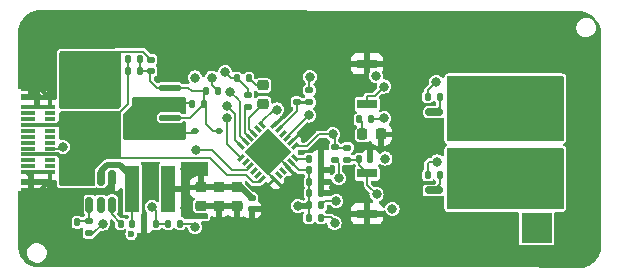
<source format=gbr>
%TF.GenerationSoftware,KiCad,Pcbnew,7.0.1-0*%
%TF.CreationDate,2023-12-26T16:16:11+01:00*%
%TF.ProjectId,luz,6c757a2e-6b69-4636-9164-5f7063625858,0.0.3a*%
%TF.SameCoordinates,Original*%
%TF.FileFunction,Copper,L1,Top*%
%TF.FilePolarity,Positive*%
%FSLAX46Y46*%
G04 Gerber Fmt 4.6, Leading zero omitted, Abs format (unit mm)*
G04 Created by KiCad (PCBNEW 7.0.1-0) date 2023-12-26 16:16:11*
%MOMM*%
%LPD*%
G01*
G04 APERTURE LIST*
G04 Aperture macros list*
%AMRoundRect*
0 Rectangle with rounded corners*
0 $1 Rounding radius*
0 $2 $3 $4 $5 $6 $7 $8 $9 X,Y pos of 4 corners*
0 Add a 4 corners polygon primitive as box body*
4,1,4,$2,$3,$4,$5,$6,$7,$8,$9,$2,$3,0*
0 Add four circle primitives for the rounded corners*
1,1,$1+$1,$2,$3*
1,1,$1+$1,$4,$5*
1,1,$1+$1,$6,$7*
1,1,$1+$1,$8,$9*
0 Add four rect primitives between the rounded corners*
20,1,$1+$1,$2,$3,$4,$5,0*
20,1,$1+$1,$4,$5,$6,$7,0*
20,1,$1+$1,$6,$7,$8,$9,0*
20,1,$1+$1,$8,$9,$2,$3,0*%
%AMRotRect*
0 Rectangle, with rotation*
0 The origin of the aperture is its center*
0 $1 length*
0 $2 width*
0 $3 Rotation angle, in degrees counterclockwise*
0 Add horizontal line*
21,1,$1,$2,0,0,$3*%
G04 Aperture macros list end*
%TA.AperFunction,SMDPad,CuDef*%
%ADD10RoundRect,0.135000X-0.135000X-0.185000X0.135000X-0.185000X0.135000X0.185000X-0.135000X0.185000X0*%
%TD*%
%TA.AperFunction,SMDPad,CuDef*%
%ADD11RoundRect,0.135000X0.135000X0.185000X-0.135000X0.185000X-0.135000X-0.185000X0.135000X-0.185000X0*%
%TD*%
%TA.AperFunction,SMDPad,CuDef*%
%ADD12RoundRect,0.225000X0.250000X-0.225000X0.250000X0.225000X-0.250000X0.225000X-0.250000X-0.225000X0*%
%TD*%
%TA.AperFunction,SMDPad,CuDef*%
%ADD13O,1.888011X0.573990*%
%TD*%
%TA.AperFunction,SMDPad,CuDef*%
%ADD14R,1.250013X0.300000*%
%TD*%
%TA.AperFunction,SMDPad,CuDef*%
%ADD15R,0.850013X0.300000*%
%TD*%
%TA.AperFunction,SMDPad,CuDef*%
%ADD16R,1.800000X0.500000*%
%TD*%
%TA.AperFunction,SMDPad,CuDef*%
%ADD17R,2.800000X1.000000*%
%TD*%
%TA.AperFunction,SMDPad,CuDef*%
%ADD18RoundRect,0.218750X0.256250X-0.218750X0.256250X0.218750X-0.256250X0.218750X-0.256250X-0.218750X0*%
%TD*%
%TA.AperFunction,SMDPad,CuDef*%
%ADD19RoundRect,0.135000X-0.185000X0.135000X-0.185000X-0.135000X0.185000X-0.135000X0.185000X0.135000X0*%
%TD*%
%TA.AperFunction,SMDPad,CuDef*%
%ADD20RoundRect,0.140000X-0.140000X-0.170000X0.140000X-0.170000X0.140000X0.170000X-0.140000X0.170000X0*%
%TD*%
%TA.AperFunction,SMDPad,CuDef*%
%ADD21RoundRect,0.150000X-0.587500X-0.150000X0.587500X-0.150000X0.587500X0.150000X-0.587500X0.150000X0*%
%TD*%
%TA.AperFunction,ComponentPad*%
%ADD22C,2.600000*%
%TD*%
%TA.AperFunction,ComponentPad*%
%ADD23R,2.600000X2.600000*%
%TD*%
%TA.AperFunction,SMDPad,CuDef*%
%ADD24R,1.700000X0.800000*%
%TD*%
%TA.AperFunction,SMDPad,CuDef*%
%ADD25RoundRect,0.218750X0.218750X0.256250X-0.218750X0.256250X-0.218750X-0.256250X0.218750X-0.256250X0*%
%TD*%
%TA.AperFunction,SMDPad,CuDef*%
%ADD26RoundRect,0.140000X0.140000X0.170000X-0.140000X0.170000X-0.140000X-0.170000X0.140000X-0.170000X0*%
%TD*%
%TA.AperFunction,SMDPad,CuDef*%
%ADD27RotRect,2.800000X2.800000X225.000000*%
%TD*%
%TA.AperFunction,SMDPad,CuDef*%
%ADD28RotRect,0.280010X0.664999X225.000000*%
%TD*%
%TA.AperFunction,SMDPad,CuDef*%
%ADD29RotRect,0.664999X0.280010X225.000000*%
%TD*%
%TA.AperFunction,SMDPad,CuDef*%
%ADD30RoundRect,0.140000X-0.170000X0.140000X-0.170000X-0.140000X0.170000X-0.140000X0.170000X0.140000X0*%
%TD*%
%TA.AperFunction,SMDPad,CuDef*%
%ADD31R,1.200000X4.000000*%
%TD*%
%TA.AperFunction,SMDPad,CuDef*%
%ADD32RoundRect,0.112500X-0.187500X-0.112500X0.187500X-0.112500X0.187500X0.112500X-0.187500X0.112500X0*%
%TD*%
%TA.AperFunction,SMDPad,CuDef*%
%ADD33RoundRect,0.135000X0.185000X-0.135000X0.185000X0.135000X-0.185000X0.135000X-0.185000X-0.135000X0*%
%TD*%
%TA.AperFunction,SMDPad,CuDef*%
%ADD34RoundRect,0.150000X-0.150000X0.512500X-0.150000X-0.512500X0.150000X-0.512500X0.150000X0.512500X0*%
%TD*%
%TA.AperFunction,ViaPad*%
%ADD35C,0.800000*%
%TD*%
%TA.AperFunction,ViaPad*%
%ADD36C,0.600000*%
%TD*%
%TA.AperFunction,Conductor*%
%ADD37C,0.200000*%
%TD*%
%TA.AperFunction,Conductor*%
%ADD38C,0.250000*%
%TD*%
%TA.AperFunction,Conductor*%
%ADD39C,0.500000*%
%TD*%
%TA.AperFunction,Conductor*%
%ADD40C,0.300000*%
%TD*%
G04 APERTURE END LIST*
D10*
%TO.P,R14,2*%
%TO.N,C2*%
X68310000Y-103350000D03*
%TO.P,R14,1*%
%TO.N,Net-(U5-IO4)*%
X67290000Y-103350000D03*
%TD*%
D11*
%TO.P,R13,1*%
%TO.N,C1*%
X68310000Y-110000000D03*
%TO.P,R13,2*%
%TO.N,Net-(U5-IO18)*%
X67290000Y-110000000D03*
%TD*%
D12*
%TO.P,C9,2*%
%TO.N,+3V3*%
X49620000Y-111045000D03*
%TO.P,C9,1*%
%TO.N,GND*%
X49620000Y-112595000D03*
%TD*%
D13*
%TO.P,U3,1,S1*%
%TO.N,FETs*%
X45499009Y-106405004D03*
%TO.P,U3,2,G1*%
%TO.N,Net-(D3-A)*%
X45499009Y-105135001D03*
%TO.P,U3,3,S2*%
%TO.N,FETs*%
X45499009Y-103864999D03*
%TO.P,U3,4,G2*%
%TO.N,Net-(D3-A)*%
X45499009Y-102594996D03*
%TO.P,U3,5,D2*%
%TO.N,VDCOUT*%
X40100991Y-102594996D03*
%TO.P,U3,6,D2*%
X40100991Y-103864999D03*
%TO.P,U3,7,D1*%
%TO.N,VBUS*%
X40100991Y-105135001D03*
%TO.P,U3,8,D1*%
X40100991Y-106405004D03*
%TD*%
D11*
%TO.P,R9,1*%
%TO.N,SCL*%
X58250000Y-113600000D03*
%TO.P,R9,2*%
%TO.N,+3V3*%
X57230000Y-113600000D03*
%TD*%
D12*
%TO.P,C2,2*%
%TO.N,VBUS*%
X37000000Y-110125000D03*
%TO.P,C2,1*%
%TO.N,GND*%
X37000000Y-111675000D03*
%TD*%
D14*
%TO.P,U1,B12,GND*%
%TO.N,GND*%
X33419431Y-109749936D03*
%TO.P,U1,B11,RX1+*%
%TO.N,unconnected-(U1-RX1+-PadB11)*%
X33419431Y-109250064D03*
%TO.P,U1,B10,RX1-*%
%TO.N,unconnected-(U1-RX1--PadB10)*%
X33419431Y-108749936D03*
%TO.P,U1,B9,VBUS*%
%TO.N,VBUS*%
X33419431Y-108250064D03*
%TO.P,U1,B8,SBU2*%
%TO.N,unconnected-(U1-SBU2-PadB8)*%
X33419431Y-107749936D03*
%TO.P,U1,B7,D-*%
%TO.N,unconnected-(U1-D--PadB7)*%
X33419431Y-107250064D03*
%TO.P,U1,B6,D+*%
%TO.N,unconnected-(U1-D+-PadB6)*%
X33419431Y-106749936D03*
%TO.P,U1,B5,Vconn*%
%TO.N,unconnected-(U1-Vconn-PadB5)*%
X33419431Y-106250064D03*
%TO.P,U1,B4,VBUS*%
%TO.N,VBUS*%
X33419431Y-105749936D03*
%TO.P,U1,B3,TX2-*%
%TO.N,unconnected-(U1-TX2--PadB3)*%
X33419431Y-105250064D03*
%TO.P,U1,B2,TX2+*%
%TO.N,unconnected-(U1-TX2+-PadB2)*%
X33419431Y-104749936D03*
%TO.P,U1,B1,GND*%
%TO.N,GND*%
X33419431Y-104250064D03*
D15*
%TO.P,U1,A12,GND*%
X35329515Y-104250064D03*
%TO.P,U1,A11,RX2+*%
%TO.N,unconnected-(U1-RX2+-PadA11)*%
X35329515Y-104749936D03*
%TO.P,U1,A10,RX2-*%
%TO.N,unconnected-(U1-RX2--PadA10)*%
X35329515Y-105250064D03*
%TO.P,U1,A9,VBUS*%
%TO.N,VBUS*%
X35329515Y-105749936D03*
%TO.P,U1,A8,SBU1*%
%TO.N,unconnected-(U1-SBU1-PadA8)*%
X35329515Y-106250064D03*
%TO.P,U1,A7,D-*%
%TO.N,unconnected-(U1-D--PadA7)*%
X35329515Y-106749936D03*
%TO.P,U1,A6,D+*%
%TO.N,unconnected-(U1-D+-PadA6)*%
X35329515Y-107250064D03*
%TO.P,U1,A5,CC*%
%TO.N,CC1*%
X35329515Y-107749936D03*
%TO.P,U1,A4,VBUS*%
%TO.N,VBUS*%
X35329515Y-108250064D03*
%TO.P,U1,A3,TX1-*%
%TO.N,unconnected-(U1-TX1--PadA3)*%
X35329515Y-108749936D03*
%TO.P,U1,A2,TX1+*%
%TO.N,unconnected-(U1-TX1+-PadA2)*%
X35329515Y-109250064D03*
%TO.P,U1,A1,GND*%
%TO.N,GND*%
X35329515Y-109749936D03*
D16*
%TO.P,U1,26,GND*%
X33694514Y-103425070D03*
D17*
X34194564Y-102410084D03*
%TO.P,U1,25,GND*%
X34194564Y-111589916D03*
D16*
X33694514Y-110574930D03*
%TD*%
D18*
%TO.P,D4,1,K*%
%TO.N,Net-(D4-K)*%
X53380000Y-103957500D03*
%TO.P,D4,2,A*%
%TO.N,Net-(D4-A)*%
X53380000Y-102382500D03*
%TD*%
D19*
%TO.P,R1,1*%
%TO.N,+3V3*%
X52080000Y-103220000D03*
%TO.P,R1,2*%
%TO.N,Net-(U2-FLIP)*%
X52080000Y-104240000D03*
%TD*%
D20*
%TO.P,C6,2*%
%TO.N,GND*%
X58230000Y-111550000D03*
%TO.P,C6,1*%
%TO.N,+3V3*%
X57270000Y-111550000D03*
%TD*%
D11*
%TO.P,R7,1*%
%TO.N,HPIINT*%
X58260000Y-112570000D03*
%TO.P,R7,2*%
%TO.N,+3V3*%
X57240000Y-112570000D03*
%TD*%
D21*
%TO.P,Q4,3,D*%
%TO.N,Net-(J2-Pin_2)*%
X69675000Y-112250000D03*
%TO.P,Q4,2,S*%
%TO.N,GND*%
X67800000Y-113200000D03*
%TO.P,Q4,1,G*%
%TO.N,C1*%
X67800000Y-111300000D03*
%TD*%
%TO.P,Q1,3,D*%
%TO.N,Net-(J2-Pin_3)*%
X69737500Y-105600000D03*
%TO.P,Q1,2,S*%
%TO.N,GND*%
X67862500Y-106550000D03*
%TO.P,Q1,1,G*%
%TO.N,C2*%
X67862500Y-104650000D03*
%TD*%
D22*
%TO.P,J2,4,Pin_4*%
%TO.N,GND*%
X76500000Y-99450000D03*
%TO.P,J2,3,Pin_3*%
%TO.N,Net-(J2-Pin_3)*%
X76500000Y-104450000D03*
%TO.P,J2,2,Pin_2*%
%TO.N,Net-(J2-Pin_2)*%
X76500000Y-109450000D03*
D23*
%TO.P,J2,1,Pin_1*%
%TO.N,VDCOUT*%
X76500000Y-114450000D03*
%TD*%
D20*
%TO.P,C4,2*%
%TO.N,GND*%
X58230000Y-110600000D03*
%TO.P,C4,1*%
%TO.N,+3V3*%
X57270000Y-110600000D03*
%TD*%
D24*
%TO.P,S1,2*%
%TO.N,Net-(U5-IO0)*%
X62164457Y-103980000D03*
%TO.P,S1,1*%
%TO.N,GND*%
X62164457Y-100580000D03*
%TD*%
D10*
%TO.P,R3,1*%
%TO.N,Net-(D3-A)*%
X48530000Y-102900000D03*
%TO.P,R3,2*%
%TO.N,VBUS_EN*%
X49550000Y-102900000D03*
%TD*%
D11*
%TO.P,R15,1*%
%TO.N,Net-(U5-IO27)*%
X62519999Y-105270000D03*
%TO.P,R15,2*%
%TO.N,Net-(D1-A)*%
X61499999Y-105270000D03*
%TD*%
D12*
%TO.P,C12,2*%
%TO.N,+3V3*%
X48110000Y-111045000D03*
%TO.P,C12,1*%
%TO.N,GND*%
X48110000Y-112595000D03*
%TD*%
D10*
%TO.P,R12,2*%
%TO.N,VMon*%
X44310000Y-114100000D03*
%TO.P,R12,1*%
%TO.N,GND*%
X43290000Y-114100000D03*
%TD*%
%TO.P,R4,1*%
%TO.N,FETs*%
X47350000Y-103950000D03*
%TO.P,R4,2*%
%TO.N,Net-(D3-A)*%
X48370000Y-103950000D03*
%TD*%
D11*
%TO.P,R2,1*%
%TO.N,Net-(D3-A)*%
X42960000Y-101150000D03*
%TO.P,R2,2*%
%TO.N,VBUS*%
X41940000Y-101150000D03*
%TD*%
D20*
%TO.P,C10,1*%
%TO.N,VBUS*%
X41940000Y-100150000D03*
%TO.P,C10,2*%
%TO.N,Net-(D3-A)*%
X42900000Y-100150000D03*
%TD*%
D10*
%TO.P,R5,1*%
%TO.N,+3V3*%
X51130000Y-101790000D03*
%TO.P,R5,2*%
%TO.N,Net-(D4-A)*%
X52150000Y-101790000D03*
%TD*%
D12*
%TO.P,C3,2*%
%TO.N,+3V3*%
X51143310Y-111034999D03*
%TO.P,C3,1*%
%TO.N,GND*%
X51143310Y-112584999D03*
%TD*%
D25*
%TO.P,D1,2,A*%
%TO.N,Net-(D1-A)*%
X61762500Y-106560000D03*
%TO.P,D1,1,K*%
%TO.N,GND*%
X63337500Y-106560000D03*
%TD*%
D19*
%TO.P,R10,1*%
%TO.N,Net-(U4-FB)*%
X38600000Y-113890000D03*
%TO.P,R10,2*%
%TO.N,+3V3*%
X38600000Y-114910000D03*
%TD*%
%TO.P,R8,1*%
%TO.N,+3V3*%
X59420000Y-107660000D03*
%TO.P,R8,2*%
%TO.N,SDA*%
X59420000Y-108680000D03*
%TD*%
%TO.P,R6,1*%
%TO.N,+3V3*%
X60490000Y-107670000D03*
%TO.P,R6,2*%
%TO.N,Net-(U5-EN)*%
X60490000Y-108690000D03*
%TD*%
D26*
%TO.P,C1,2*%
%TO.N,Net-(U5-EN)*%
X61480000Y-108640000D03*
%TO.P,C1,1*%
%TO.N,GND*%
X62440000Y-108640000D03*
%TD*%
D10*
%TO.P,R16,2*%
%TO.N,Net-(U4-FB)*%
X37620000Y-114000000D03*
%TO.P,R16,1*%
%TO.N,GND*%
X36600000Y-114000000D03*
%TD*%
D27*
%TO.P,U2,25,EPAD*%
%TO.N,GND*%
X53800000Y-108050000D03*
D28*
%TO.P,U2,24,VCCD*%
%TO.N,Net-(U2-VCCD)*%
X56076858Y-108559182D03*
%TO.P,U2,23,VDDD*%
%TO.N,+3V3*%
X55723395Y-108912645D03*
%TO.P,U2,22,GND*%
%TO.N,GND*%
X55369752Y-109266289D03*
%TO.P,U2,21,DNU2*%
%TO.N,unconnected-(U2-DNU2-Pad21)*%
X55016289Y-109619752D03*
%TO.P,U2,20,DNU1*%
%TO.N,unconnected-(U2-DNU1-Pad20)*%
X54662645Y-109973395D03*
%TO.P,U2,19,GND*%
%TO.N,GND*%
X54309182Y-110326858D03*
D29*
%TO.P,U2,18,VBUS_IN*%
%TO.N,VBUS*%
X53290818Y-110326858D03*
%TO.P,U2,17,D+*%
%TO.N,unconnected-(U2-D+-Pad17)*%
X52937355Y-109973395D03*
%TO.P,U2,16,D-*%
%TO.N,unconnected-(U2-D--Pad16)*%
X52583711Y-109619752D03*
%TO.P,U2,15,CC1*%
%TO.N,CC1*%
X52230248Y-109266289D03*
%TO.P,U2,14,CC2*%
%TO.N,unconnected-(U2-CC2-Pad14)*%
X51876605Y-108912645D03*
%TO.P,U2,13,HPI_SCL*%
%TO.N,SCL*%
X51523142Y-108559182D03*
D28*
%TO.P,U2,12,HPI_SDA*%
%TO.N,SDA*%
X51523142Y-107540818D03*
%TO.P,U2,11,VDC_OUT*%
%TO.N,VDCOUT*%
X51876605Y-107187355D03*
%TO.P,U2,10,FLIP*%
%TO.N,Net-(U2-FLIP)*%
X52230248Y-106833711D03*
%TO.P,U2,9,FAULT*%
%TO.N,Net-(D4-K)*%
X52583711Y-106480248D03*
%TO.P,U2,8,GPIO_1*%
%TO.N,unconnected-(U2-GPIO_1-Pad8)*%
X52937355Y-106126605D03*
%TO.P,U2,7,HPI_INT*%
%TO.N,HPIINT*%
X53290818Y-105773142D03*
D29*
%TO.P,U2,6,ISNK_FINE*%
%TO.N,GND*%
X54309182Y-105773142D03*
%TO.P,U2,5,ISNK_COARSE*%
%TO.N,ICOA*%
X54662645Y-106126605D03*
%TO.P,U2,4,SAFE_PWR_EN*%
%TO.N,unconnected-(U2-SAFE_PWR_EN-Pad4)*%
X55016289Y-106480248D03*
%TO.P,U2,3,VBUS_FET_EN*%
%TO.N,VBUS_EN*%
X55369752Y-106833711D03*
%TO.P,U2,2,VBUS_MAX*%
%TO.N,GND*%
X55723395Y-107187355D03*
%TO.P,U2,1,VBUS_MIN*%
%TO.N,+3V3*%
X56076858Y-107540818D03*
%TD*%
D24*
%TO.P,S2,2*%
%TO.N,GND*%
X62164457Y-113260000D03*
%TO.P,S2,1*%
%TO.N,Net-(U5-EN)*%
X62164457Y-109860000D03*
%TD*%
D30*
%TO.P,C11,1*%
%TO.N,VDCOUT*%
X43900000Y-100220000D03*
%TO.P,C11,2*%
%TO.N,Net-(D3-A)*%
X43900000Y-101180000D03*
%TD*%
D31*
%TO.P,L1,1,1*%
%TO.N,Net-(U4-SW)*%
X42275895Y-111200000D03*
%TO.P,L1,2,2*%
%TO.N,+3V3*%
X45324105Y-111200000D03*
%TD*%
D32*
%TO.P,D3,1,K*%
%TO.N,FETs*%
X47550000Y-106300000D03*
%TO.P,D3,2,A*%
%TO.N,Net-(D3-A)*%
X49650000Y-106300000D03*
%TD*%
D30*
%TO.P,C22,2*%
%TO.N,GND*%
X52390000Y-112870000D03*
%TO.P,C22,1*%
%TO.N,+3V3*%
X52390000Y-111910000D03*
%TD*%
D33*
%TO.P,R22,2*%
%TO.N,GND*%
X56200000Y-102790000D03*
%TO.P,R22,1*%
%TO.N,ICOA*%
X56200000Y-103810000D03*
%TD*%
D20*
%TO.P,C7,2*%
%TO.N,GND*%
X58240000Y-108610000D03*
%TO.P,C7,1*%
%TO.N,Net-(U2-VCCD)*%
X57280000Y-108610000D03*
%TD*%
D34*
%TO.P,U4,6,BOOT*%
%TO.N,Net-(U4-BOOT)*%
X40550000Y-112500000D03*
%TO.P,U4,5,EN*%
%TO.N,unconnected-(U4-EN-Pad5)*%
X39600000Y-112500000D03*
%TO.P,U4,4,FB*%
%TO.N,Net-(U4-FB)*%
X38650000Y-112500000D03*
%TO.P,U4,3,VIN*%
%TO.N,VBUS*%
X38650000Y-110225000D03*
%TO.P,U4,2,SW*%
%TO.N,Net-(U4-SW)*%
X39600000Y-110225000D03*
%TO.P,U4,1,GND*%
%TO.N,GND*%
X40550000Y-110225000D03*
%TD*%
D20*
%TO.P,C8,1*%
%TO.N,Net-(U4-BOOT)*%
X41320000Y-114100000D03*
%TO.P,C8,2*%
%TO.N,Net-(U4-SW)*%
X42280000Y-114100000D03*
%TD*%
D10*
%TO.P,R11,1*%
%TO.N,VMon*%
X45290000Y-114100000D03*
%TO.P,R11,2*%
%TO.N,VDCOUT*%
X46310000Y-114100000D03*
%TD*%
D20*
%TO.P,C5,2*%
%TO.N,GND*%
X58230000Y-109600000D03*
%TO.P,C5,1*%
%TO.N,+3V3*%
X57270000Y-109600000D03*
%TD*%
D33*
%TO.P,R21,1*%
%TO.N,ICOA*%
X57270000Y-103840000D03*
%TO.P,R21,2*%
%TO.N,+3V3*%
X57270000Y-102820000D03*
%TD*%
D35*
%TO.N,Net-(U5-IO4)*%
X68000000Y-102100000D03*
%TO.N,Net-(U5-IO18)*%
X68100000Y-108850000D03*
%TO.N,Net-(U5-EN)*%
X62960000Y-111630000D03*
D36*
X42200000Y-115000000D03*
D35*
%TO.N,CC1*%
X47650000Y-107850000D03*
X36400000Y-107600000D03*
%TO.N,SCL*%
X59400000Y-114050000D03*
X50300000Y-105180000D03*
%TO.N,SDA*%
X59750000Y-110250000D03*
X50330000Y-104130000D03*
%TO.N,VBUS_EN*%
X49000000Y-101750000D03*
X57260000Y-104940000D03*
%TO.N,HPIINT*%
X59550000Y-112200000D03*
X54550000Y-104450000D03*
%TO.N,Net-(U5-IO27)*%
X47590000Y-101740000D03*
X63590000Y-105190000D03*
%TO.N,Net-(U5-IO0)*%
X63600000Y-102500000D03*
%TO.N,VDCOUT*%
X38000000Y-103500000D03*
X50550000Y-102920000D03*
X38000000Y-102500000D03*
X38000000Y-100500000D03*
X37000000Y-101500000D03*
X39000000Y-100500000D03*
X39000000Y-101500000D03*
X38000000Y-101500000D03*
X40000000Y-101500000D03*
X47600000Y-114400000D03*
X37000000Y-102500000D03*
X37000000Y-100500000D03*
X37000000Y-103500000D03*
X40000000Y-100500000D03*
%TO.N,+3V3*%
X46700000Y-111200000D03*
X64300000Y-112850000D03*
X56300000Y-112600000D03*
X39800000Y-114100000D03*
X50140000Y-101300000D03*
X59260000Y-106540000D03*
X46700000Y-109500000D03*
X57310000Y-101680000D03*
X46700000Y-112800000D03*
%TO.N,Net-(U5-IO4)*%
X62900000Y-101600000D03*
%TO.N,Net-(U5-IO18)*%
X63700000Y-108600000D03*
%TO.N,VMon*%
X43950000Y-112695000D03*
%TO.N,GND*%
X79500000Y-116000000D03*
X33500000Y-114000000D03*
X79500000Y-101700000D03*
X79500000Y-115100000D03*
X79500000Y-114200000D03*
X33500000Y-99000000D03*
X79500000Y-102600000D03*
X79500000Y-113300000D03*
X33500000Y-100000000D03*
X79500000Y-100800000D03*
X34500000Y-99000000D03*
X79500000Y-103500000D03*
X34500000Y-100000000D03*
X34500000Y-101000000D03*
X33500000Y-113000000D03*
X33500000Y-115000000D03*
X34500000Y-114000000D03*
X33500000Y-101000000D03*
X34500000Y-115000000D03*
X34500000Y-113000000D03*
%TD*%
D37*
%TO.N,C1*%
X68310000Y-110000000D02*
X68310000Y-110790000D01*
X68310000Y-110790000D02*
X67800000Y-111300000D01*
%TO.N,C2*%
X68310000Y-103350000D02*
X68310000Y-104202500D01*
X68310000Y-104202500D02*
X67862500Y-104650000D01*
%TO.N,Net-(U5-IO4)*%
X67290000Y-103350000D02*
X67290000Y-102810000D01*
X67290000Y-102810000D02*
X68000000Y-102100000D01*
%TO.N,Net-(U5-IO18)*%
X67450000Y-108850000D02*
X67300000Y-109000000D01*
X67300000Y-109000000D02*
X67300000Y-109990000D01*
X67300000Y-109990000D02*
X67290000Y-110000000D01*
X68100000Y-108850000D02*
X67450000Y-108850000D01*
%TO.N,ICOA*%
X54662645Y-106126605D02*
X56200000Y-104589250D01*
X56200000Y-104589250D02*
X56200000Y-103810000D01*
D38*
X56200000Y-103810000D02*
X57240000Y-103810000D01*
X57240000Y-103810000D02*
X57270000Y-103840000D01*
D37*
%TO.N,Net-(U5-EN)*%
X62164457Y-110834457D02*
X62960000Y-111630000D01*
X60490000Y-108690000D02*
X61430000Y-108690000D01*
X61480000Y-108640000D02*
X61480000Y-109175543D01*
X61480000Y-109175543D02*
X62164457Y-109860000D01*
X61430000Y-108690000D02*
X61480000Y-108640000D01*
X62164457Y-109860000D02*
X62164457Y-110834457D01*
%TO.N,Net-(U2-VCCD)*%
X57280000Y-108610000D02*
X56127676Y-108610000D01*
X56127676Y-108610000D02*
X56076858Y-108559182D01*
%TO.N,Net-(U4-BOOT)*%
X40550000Y-112500000D02*
X40550000Y-113330000D01*
X40550000Y-113330000D02*
X41320000Y-114100000D01*
D39*
%TO.N,Net-(U4-SW)*%
X42275895Y-110175895D02*
X42275895Y-111200000D01*
X40151472Y-109112500D02*
X41212500Y-109112500D01*
D37*
X42280000Y-114100000D02*
X42275895Y-114095895D01*
D39*
X41212500Y-109112500D02*
X42275895Y-110175895D01*
X39600000Y-109663972D02*
X40151472Y-109112500D01*
D37*
X42275895Y-114095895D02*
X42275895Y-111200000D01*
D39*
X39600000Y-110225000D02*
X39600000Y-109663972D01*
D37*
%TO.N,Net-(D1-A)*%
X61762500Y-105532501D02*
X61499999Y-105270000D01*
X61762500Y-106560000D02*
X61762500Y-105532501D01*
%TO.N,CC1*%
X36250064Y-107749936D02*
X36400000Y-107600000D01*
X51949781Y-109546756D02*
X52230248Y-109266289D01*
X47650000Y-107850000D02*
X49000000Y-107850000D01*
X35329515Y-107749936D02*
X36250064Y-107749936D01*
X50696756Y-109546756D02*
X51949781Y-109546756D01*
X49000000Y-107850000D02*
X50696756Y-109546756D01*
%TO.N,Net-(U2-FLIP)*%
X52230248Y-106833711D02*
X51800000Y-106403463D01*
X51800000Y-106403463D02*
X51800000Y-104520000D01*
X51800000Y-104520000D02*
X52080000Y-104240000D01*
%TO.N,SCL*%
X50300000Y-107336040D02*
X50300000Y-105180000D01*
X59400000Y-113890000D02*
X59080000Y-113570000D01*
X59400000Y-114050000D02*
X59400000Y-113890000D01*
X51523142Y-108559182D02*
X50300000Y-107336040D01*
X59080000Y-113570000D02*
X58280000Y-113570000D01*
%TO.N,SDA*%
X51523142Y-107540818D02*
X51000000Y-107017676D01*
X59750000Y-110250000D02*
X59750000Y-109010000D01*
X51000000Y-104800000D02*
X50330000Y-104130000D01*
X59750000Y-109010000D02*
X59420000Y-108680000D01*
X51000000Y-107017676D02*
X51000000Y-104800000D01*
%TO.N,VBUS_EN*%
X55650400Y-106553063D02*
X55650400Y-106549600D01*
X55650400Y-106549600D02*
X57260000Y-104940000D01*
X49000000Y-102350000D02*
X49550000Y-102900000D01*
X55369752Y-106833711D02*
X55650400Y-106553063D01*
X49000000Y-101750000D02*
X49000000Y-102350000D01*
%TO.N,HPIINT*%
X59550000Y-112200000D02*
X58630000Y-112200000D01*
X54250000Y-104450000D02*
X53290818Y-105409182D01*
X58630000Y-112200000D02*
X58260000Y-112570000D01*
X53290818Y-105773142D02*
X53290818Y-105409182D01*
X54550000Y-104450000D02*
X54250000Y-104450000D01*
%TO.N,Net-(U4-FB)*%
X38650000Y-112500000D02*
X38650000Y-113840000D01*
X38650000Y-113840000D02*
X38600000Y-113890000D01*
X37730000Y-113890000D02*
X37620000Y-114000000D01*
X38600000Y-113890000D02*
X37730000Y-113890000D01*
%TO.N,Net-(U5-IO27)*%
X63510000Y-105270000D02*
X63590000Y-105190000D01*
X62519999Y-105270000D02*
X63510000Y-105270000D01*
%TO.N,Net-(U5-IO0)*%
X62164457Y-103315543D02*
X62784457Y-103315543D01*
X62164457Y-103980000D02*
X62164457Y-103315543D01*
X62784457Y-103315543D02*
X63600000Y-102500000D01*
%TO.N,VDCOUT*%
X46310000Y-114100000D02*
X47300000Y-114100000D01*
X43900000Y-100220000D02*
X43900000Y-100217746D01*
X47300000Y-114100000D02*
X47600000Y-114400000D01*
X43900000Y-100217746D02*
X43222254Y-99540000D01*
X51876605Y-107187355D02*
X51400000Y-106710750D01*
X51290000Y-103660000D02*
X50550000Y-102920000D01*
X51400000Y-106710750D02*
X51400000Y-103770000D01*
X40960000Y-99540000D02*
X40000000Y-100500000D01*
X43222254Y-99540000D02*
X40960000Y-99540000D01*
X51400000Y-103770000D02*
X51290000Y-103660000D01*
D40*
%TO.N,VBUS*%
X36104521Y-105600000D02*
X36104521Y-105750064D01*
D37*
X52507506Y-110607506D02*
X53010170Y-110607506D01*
X40758002Y-105135001D02*
X41940000Y-103953003D01*
D40*
X35989403Y-108250064D02*
X36089339Y-108350000D01*
D37*
X39923654Y-108562500D02*
X48862500Y-108562500D01*
D40*
X37150000Y-105850000D02*
X36900000Y-105600000D01*
X37150000Y-107950000D02*
X37150000Y-105850000D01*
D37*
X41940000Y-103953003D02*
X41940000Y-101150000D01*
X50300000Y-110000000D02*
X51900000Y-110000000D01*
X38650000Y-109836154D02*
X39923654Y-108562500D01*
X53010170Y-110607506D02*
X53290818Y-110326858D01*
D40*
X35329515Y-108250064D02*
X35989403Y-108250064D01*
X33419431Y-105749936D02*
X35329515Y-105749936D01*
D37*
X51900000Y-110000000D02*
X52507506Y-110607506D01*
X40100991Y-105135001D02*
X40758002Y-105135001D01*
X38650000Y-110225000D02*
X38650000Y-109836154D01*
D40*
X36089339Y-108350000D02*
X36750000Y-108350000D01*
X36750000Y-108350000D02*
X37150000Y-107950000D01*
X36104521Y-105750064D02*
X35800000Y-105750064D01*
D37*
X48862500Y-108562500D02*
X50300000Y-110000000D01*
D40*
X33419431Y-108250064D02*
X35329515Y-108250064D01*
D37*
X41940000Y-100150000D02*
X41940000Y-101150000D01*
D40*
X36900000Y-105600000D02*
X36104521Y-105600000D01*
D37*
%TO.N,+3V3*%
X58055183Y-106530000D02*
X58140000Y-106530000D01*
X59420000Y-107660000D02*
X59420000Y-106700000D01*
D39*
X51143310Y-111034999D02*
X51514999Y-111034999D01*
D37*
X46860000Y-111040000D02*
X46700000Y-111200000D01*
X57270000Y-102820000D02*
X57270000Y-101720000D01*
X56076858Y-107540818D02*
X57044365Y-107540818D01*
X57044365Y-107540818D02*
X58055183Y-106530000D01*
X60490000Y-107670000D02*
X59430000Y-107670000D01*
X57270000Y-109600000D02*
X56410750Y-109600000D01*
D39*
X57210000Y-112600000D02*
X57240000Y-112570000D01*
X51514999Y-111034999D02*
X52390000Y-111910000D01*
D37*
X58140000Y-106530000D02*
X59250000Y-106530000D01*
X38600000Y-114910000D02*
X38990000Y-114910000D01*
X57270000Y-101720000D02*
X57310000Y-101680000D01*
X52080000Y-102740000D02*
X51130000Y-101790000D01*
X56410750Y-109600000D02*
X55723395Y-108912645D01*
X38990000Y-114910000D02*
X39800000Y-114100000D01*
X46710000Y-112790000D02*
X46700000Y-112800000D01*
X50630000Y-101790000D02*
X50140000Y-101300000D01*
X52080000Y-103220000D02*
X52080000Y-102740000D01*
D39*
X51133309Y-111045000D02*
X51143310Y-111034999D01*
D37*
X59430000Y-107670000D02*
X59420000Y-107660000D01*
X59420000Y-106700000D02*
X59260000Y-106540000D01*
D39*
X56300000Y-112600000D02*
X57210000Y-112600000D01*
D37*
X57270000Y-109600000D02*
X57270000Y-111550000D01*
D39*
X48110000Y-111045000D02*
X51133309Y-111045000D01*
D37*
X51130000Y-101790000D02*
X50630000Y-101790000D01*
X59250000Y-106530000D02*
X59260000Y-106540000D01*
X57270000Y-113640000D02*
X57270000Y-111550000D01*
%TO.N,Net-(D3-A)*%
X48500000Y-105650000D02*
X48500000Y-104080000D01*
X48500000Y-104080000D02*
X48370000Y-103950000D01*
X48370000Y-103950000D02*
X48370000Y-103060000D01*
X47320000Y-102900000D02*
X47014996Y-102594996D01*
X49150000Y-106300000D02*
X48500000Y-105650000D01*
X43900000Y-101180000D02*
X42990000Y-101180000D01*
X43800000Y-101280000D02*
X43900000Y-101180000D01*
X47014996Y-102594996D02*
X45499009Y-102594996D01*
X49650000Y-106300000D02*
X49150000Y-106300000D01*
X48530000Y-102900000D02*
X47320000Y-102900000D01*
X47184999Y-105135001D02*
X48370000Y-103950000D01*
X42900000Y-101090000D02*
X42960000Y-101150000D01*
X45499009Y-102594996D02*
X44344996Y-102594996D01*
X44344996Y-102594996D02*
X43800000Y-102050000D01*
X42990000Y-101180000D02*
X42960000Y-101150000D01*
X48370000Y-103060000D02*
X48530000Y-102900000D01*
X43800000Y-102050000D02*
X43800000Y-101280000D01*
X45499009Y-105135001D02*
X47184999Y-105135001D01*
X42900000Y-100150000D02*
X42900000Y-101090000D01*
%TO.N,Net-(D4-K)*%
X52200000Y-105137500D02*
X53380000Y-103957500D01*
X52583711Y-106480248D02*
X52200000Y-106096537D01*
X52200000Y-106096537D02*
X52200000Y-105137500D01*
%TO.N,Net-(D4-A)*%
X52742500Y-102382500D02*
X52150000Y-101790000D01*
X53380000Y-102382500D02*
X52742500Y-102382500D01*
%TO.N,VMon*%
X44310000Y-113055000D02*
X43950000Y-112695000D01*
X44310000Y-114100000D02*
X44310000Y-113055000D01*
X44310000Y-114100000D02*
X45290000Y-114100000D01*
%TO.N,FETs*%
X45499009Y-103864999D02*
X47264999Y-103864999D01*
X47264999Y-103864999D02*
X47350000Y-103950000D01*
X47444996Y-106405004D02*
X47550000Y-106300000D01*
X45499009Y-106405004D02*
X47444996Y-106405004D01*
D39*
%TO.N,GND*%
X33694514Y-110574930D02*
X33694514Y-110025019D01*
D40*
X35329515Y-110454965D02*
X34194564Y-111589916D01*
D37*
X53800000Y-109817676D02*
X53800000Y-108050000D01*
D40*
X33419431Y-104250064D02*
X35329515Y-104250064D01*
D37*
X54153463Y-108050000D02*
X53800000Y-108050000D01*
D39*
X37287500Y-111387500D02*
X37000000Y-111675000D01*
X33519559Y-109850064D02*
X33419431Y-109850064D01*
D40*
X35329515Y-104250064D02*
X35329515Y-103545035D01*
D39*
X34194564Y-104044500D02*
X34300000Y-104149936D01*
D40*
X33419431Y-109749936D02*
X35329515Y-109749936D01*
D37*
X55369752Y-109266289D02*
X54153463Y-108050000D01*
D40*
X35329515Y-103545035D02*
X34194564Y-102410084D01*
X35329515Y-109749936D02*
X35329515Y-110454965D01*
D39*
X34194564Y-102410084D02*
X34194564Y-104044500D01*
X33694514Y-110025019D02*
X33519559Y-109850064D01*
D37*
X54309182Y-110326858D02*
X53800000Y-109817676D01*
D39*
X40550000Y-110225000D02*
X40550000Y-110786028D01*
X39948528Y-111387500D02*
X37287500Y-111387500D01*
X40550000Y-110786028D02*
X39948528Y-111387500D01*
%TD*%
%TA.AperFunction,Conductor*%
%TO.N,Net-(J2-Pin_2)*%
G36*
X78738000Y-107716613D02*
G01*
X78783387Y-107762000D01*
X78800000Y-107824000D01*
X78800000Y-112776000D01*
X78783387Y-112838000D01*
X78738000Y-112883387D01*
X78676000Y-112900000D01*
X69024000Y-112900000D01*
X68962000Y-112883387D01*
X68916613Y-112838000D01*
X68900000Y-112776000D01*
X68900000Y-107824000D01*
X68916613Y-107762000D01*
X68962000Y-107716613D01*
X69024000Y-107700000D01*
X78676000Y-107700000D01*
X78738000Y-107716613D01*
G37*
%TD.AperFunction*%
%TD*%
%TA.AperFunction,Conductor*%
%TO.N,Net-(J2-Pin_3)*%
G36*
X78738000Y-101616613D02*
G01*
X78783387Y-101662000D01*
X78800000Y-101724000D01*
X78800000Y-107026000D01*
X78783387Y-107088000D01*
X78738000Y-107133387D01*
X78676000Y-107150000D01*
X69024000Y-107150000D01*
X68962000Y-107133387D01*
X68916613Y-107088000D01*
X68900000Y-107026000D01*
X68900000Y-101724000D01*
X68916613Y-101662000D01*
X68962000Y-101616613D01*
X69024000Y-101600000D01*
X78676000Y-101600000D01*
X78738000Y-101616613D01*
G37*
%TD.AperFunction*%
%TD*%
%TA.AperFunction,Conductor*%
%TO.N,VDCOUT*%
G36*
X41238000Y-99516613D02*
G01*
X41283387Y-99562000D01*
X41300000Y-99624000D01*
X41300000Y-104116670D01*
X41290561Y-104164123D01*
X41263681Y-104204351D01*
X41104351Y-104363681D01*
X41064123Y-104390561D01*
X41016670Y-104400000D01*
X36224000Y-104400000D01*
X36162000Y-104383387D01*
X36116613Y-104338000D01*
X36100000Y-104276000D01*
X36100000Y-99624000D01*
X36116613Y-99562000D01*
X36162000Y-99516613D01*
X36224000Y-99500000D01*
X41176000Y-99500000D01*
X41238000Y-99516613D01*
G37*
%TD.AperFunction*%
%TD*%
%TA.AperFunction,Conductor*%
%TO.N,VBUS*%
G36*
X41238000Y-104616613D02*
G01*
X41283387Y-104662000D01*
X41300000Y-104724000D01*
X41300000Y-104809233D01*
X41298629Y-104823139D01*
X41299046Y-104823181D01*
X41295597Y-104858194D01*
X41295258Y-104861646D01*
X41294500Y-104869337D01*
X41294500Y-106876001D01*
X41298939Y-106909719D01*
X41300000Y-106925904D01*
X41300000Y-108536232D01*
X41282606Y-108599566D01*
X41235304Y-108645131D01*
X41171365Y-108660145D01*
X41155471Y-108659550D01*
X41136865Y-108662000D01*
X40183734Y-108662000D01*
X40169850Y-108661220D01*
X40134435Y-108657229D01*
X40078283Y-108667854D01*
X40073713Y-108668631D01*
X40011230Y-108678049D01*
X40006323Y-108679663D01*
X39950457Y-108709190D01*
X39946319Y-108711279D01*
X39889408Y-108738686D01*
X39885184Y-108741683D01*
X39840531Y-108786336D01*
X39837194Y-108789551D01*
X39790864Y-108832539D01*
X39779439Y-108847428D01*
X39304264Y-109322603D01*
X39293898Y-109331867D01*
X39266031Y-109354090D01*
X39233824Y-109401328D01*
X39231144Y-109405104D01*
X39193633Y-109455931D01*
X39185183Y-109472671D01*
X39179007Y-109481732D01*
X39177062Y-109480406D01*
X39162884Y-109503934D01*
X39160803Y-109506014D01*
X39109426Y-109611108D01*
X39099500Y-109679237D01*
X39099500Y-110776000D01*
X39082887Y-110838000D01*
X39037500Y-110883387D01*
X38975500Y-110900000D01*
X36224000Y-110900000D01*
X36162000Y-110883387D01*
X36116613Y-110838000D01*
X36100000Y-110776000D01*
X36100000Y-108307581D01*
X36119419Y-108240956D01*
X36171595Y-108195199D01*
X36240185Y-108184642D01*
X36399999Y-108205682D01*
X36399999Y-108205681D01*
X36400000Y-108205682D01*
X36556762Y-108185044D01*
X36702841Y-108124536D01*
X36828282Y-108028282D01*
X36924536Y-107902841D01*
X36985044Y-107756762D01*
X37005682Y-107600000D01*
X36985044Y-107443238D01*
X36924536Y-107297159D01*
X36854204Y-107205500D01*
X36828282Y-107171717D01*
X36702840Y-107075463D01*
X36556762Y-107014956D01*
X36399999Y-106994317D01*
X36240185Y-107015358D01*
X36171595Y-107004801D01*
X36119419Y-106959044D01*
X36100000Y-106892419D01*
X36100000Y-104729500D01*
X36116613Y-104667500D01*
X36162000Y-104622113D01*
X36224000Y-104605500D01*
X41016669Y-104605500D01*
X41016670Y-104605500D01*
X41027811Y-104604402D01*
X41062825Y-104600954D01*
X41062866Y-104601370D01*
X41076773Y-104600000D01*
X41176000Y-104600000D01*
X41238000Y-104616613D01*
G37*
%TD.AperFunction*%
%TD*%
%TA.AperFunction,Conductor*%
%TO.N,FETs*%
G36*
X46738000Y-103416613D02*
G01*
X46783387Y-103462000D01*
X46800000Y-103524000D01*
X46800000Y-104710501D01*
X46783387Y-104772501D01*
X46738000Y-104817888D01*
X46676000Y-104834501D01*
X46599899Y-104834501D01*
X46556566Y-104826683D01*
X46518696Y-104804214D01*
X46422288Y-104720676D01*
X46294775Y-104662442D01*
X46190885Y-104647506D01*
X44807133Y-104647506D01*
X44703242Y-104662442D01*
X44575727Y-104720677D01*
X44469787Y-104812474D01*
X44393997Y-104930406D01*
X44354504Y-105064909D01*
X44354504Y-105205093D01*
X44393997Y-105339595D01*
X44469787Y-105457527D01*
X44575727Y-105549324D01*
X44703242Y-105607559D01*
X44807133Y-105622496D01*
X46190885Y-105622496D01*
X46294775Y-105607559D01*
X46294774Y-105607559D01*
X46422289Y-105549325D01*
X46518695Y-105465788D01*
X46556566Y-105443319D01*
X46599899Y-105435501D01*
X46676000Y-105435501D01*
X46738000Y-105452114D01*
X46783387Y-105497501D01*
X46800000Y-105559501D01*
X46800000Y-106876000D01*
X46783387Y-106938000D01*
X46738000Y-106983387D01*
X46676000Y-107000000D01*
X41624000Y-107000000D01*
X41562000Y-106983387D01*
X41516613Y-106938000D01*
X41500000Y-106876000D01*
X41500000Y-104869336D01*
X41509439Y-104821883D01*
X41536319Y-104781655D01*
X41670468Y-104647506D01*
X42103520Y-104214453D01*
X42117352Y-104204502D01*
X42124225Y-104196962D01*
X42124228Y-104196961D01*
X42155478Y-104162680D01*
X42159369Y-104158604D01*
X42172175Y-104145800D01*
X42172179Y-104145793D01*
X42172870Y-104145103D01*
X42181926Y-104133668D01*
X42199916Y-104113936D01*
X42202416Y-104107479D01*
X42215747Y-104082189D01*
X42219657Y-104076483D01*
X42225774Y-104050474D01*
X42230845Y-104034096D01*
X42240500Y-104009176D01*
X42240500Y-104002251D01*
X42243794Y-103973861D01*
X42243819Y-103973752D01*
X42245379Y-103967122D01*
X42241689Y-103940670D01*
X42240500Y-103923539D01*
X42240500Y-103524000D01*
X42257113Y-103462000D01*
X42302500Y-103416613D01*
X42364500Y-103400000D01*
X46676000Y-103400000D01*
X46738000Y-103416613D01*
G37*
%TD.AperFunction*%
%TD*%
%TA.AperFunction,Conductor*%
%TO.N,+3V3*%
G36*
X48618000Y-108879613D02*
G01*
X48663387Y-108925000D01*
X48680000Y-108987000D01*
X48680000Y-109990549D01*
X48666403Y-110047004D01*
X48628593Y-110091079D01*
X48574864Y-110113106D01*
X48516997Y-110108255D01*
X48507608Y-110105143D01*
X48408315Y-110095000D01*
X48360000Y-110095000D01*
X48360000Y-111171000D01*
X48343387Y-111233000D01*
X48298000Y-111278387D01*
X48236000Y-111295000D01*
X47135001Y-111295000D01*
X47135001Y-111318315D01*
X47145143Y-111417605D01*
X47198453Y-111578486D01*
X47287426Y-111722732D01*
X47407265Y-111842571D01*
X47507840Y-111904606D01*
X47547323Y-111943519D01*
X47565904Y-111995748D01*
X47559870Y-112050855D01*
X47530426Y-112097825D01*
X47511472Y-112116779D01*
X47450280Y-112236875D01*
X47434500Y-112336510D01*
X47434500Y-112853490D01*
X47450280Y-112953124D01*
X47511472Y-113073221D01*
X47606778Y-113168527D01*
X47606780Y-113168528D01*
X47726874Y-113229719D01*
X47760086Y-113234979D01*
X47826510Y-113245500D01*
X47826512Y-113245500D01*
X48393488Y-113245500D01*
X48393490Y-113245500D01*
X48493126Y-113229719D01*
X48499706Y-113226367D01*
X48560869Y-113212948D01*
X48620790Y-113231125D01*
X48664190Y-113276263D01*
X48680000Y-113336852D01*
X48680000Y-113576000D01*
X48663387Y-113638000D01*
X48618000Y-113683387D01*
X48556000Y-113700000D01*
X46755831Y-113700000D01*
X46708378Y-113690561D01*
X46668149Y-113663680D01*
X46640404Y-113635934D01*
X46533172Y-113585931D01*
X46478503Y-113578734D01*
X46426720Y-113559507D01*
X46388425Y-113519701D01*
X46371216Y-113467214D01*
X46378508Y-113412461D01*
X46417702Y-113307378D01*
X46424105Y-113247824D01*
X46424105Y-111450000D01*
X45198105Y-111450000D01*
X45136105Y-111433387D01*
X45090718Y-111388000D01*
X45074105Y-111326000D01*
X45074105Y-111074000D01*
X45090718Y-111012000D01*
X45136105Y-110966613D01*
X45198105Y-110950000D01*
X46424105Y-110950000D01*
X46424105Y-110795000D01*
X47135000Y-110795000D01*
X47860000Y-110795000D01*
X47860000Y-110095001D01*
X47811685Y-110095001D01*
X47712394Y-110105143D01*
X47551513Y-110158453D01*
X47407267Y-110247426D01*
X47287426Y-110367267D01*
X47198453Y-110511513D01*
X47145143Y-110672393D01*
X47135000Y-110771685D01*
X47135000Y-110795000D01*
X46424105Y-110795000D01*
X46424105Y-109152176D01*
X46417702Y-109092622D01*
X46394470Y-109030333D01*
X46387619Y-108971546D01*
X46408796Y-108916280D01*
X46453177Y-108877124D01*
X46510652Y-108863000D01*
X48556000Y-108863000D01*
X48618000Y-108879613D01*
G37*
%TD.AperFunction*%
%TD*%
%TA.AperFunction,Conductor*%
%TO.N,GND*%
G36*
X79948297Y-96100385D02*
G01*
X79948864Y-96100499D01*
X79995934Y-96100499D01*
X80004041Y-96100763D01*
X80083585Y-96105977D01*
X80083766Y-96105990D01*
X80261586Y-96118708D01*
X80276901Y-96120770D01*
X80388382Y-96142945D01*
X80390462Y-96143378D01*
X80530224Y-96173782D01*
X80543702Y-96177521D01*
X80657782Y-96216247D01*
X80661073Y-96217419D01*
X80788803Y-96265059D01*
X80800298Y-96270022D01*
X80910697Y-96324465D01*
X80915184Y-96326796D01*
X81032485Y-96390846D01*
X81041940Y-96396572D01*
X81145271Y-96465615D01*
X81150668Y-96469434D01*
X81256731Y-96548831D01*
X81264131Y-96554830D01*
X81358000Y-96637151D01*
X81363904Y-96642682D01*
X81421087Y-96699865D01*
X81452426Y-96752758D01*
X81454507Y-96814202D01*
X81426818Y-96869094D01*
X81376167Y-96903940D01*
X81315004Y-96910173D01*
X81258364Y-96886261D01*
X81128617Y-96787630D01*
X80965461Y-96712146D01*
X80789887Y-96673500D01*
X80655184Y-96673500D01*
X80655183Y-96673500D01*
X80521279Y-96688062D01*
X80350915Y-96745464D01*
X80196873Y-96838148D01*
X80066358Y-96961779D01*
X79965469Y-97110578D01*
X79898929Y-97277585D01*
X79869845Y-97454988D01*
X79879577Y-97634500D01*
X79904172Y-97723080D01*
X79927673Y-97807723D01*
X79969776Y-97887139D01*
X80011881Y-97966557D01*
X80128265Y-98103574D01*
X80271382Y-98212369D01*
X80434538Y-98287853D01*
X80434539Y-98287853D01*
X80434541Y-98287854D01*
X80610113Y-98326500D01*
X80744816Y-98326500D01*
X80744817Y-98326500D01*
X80811768Y-98319218D01*
X80878721Y-98311937D01*
X81049085Y-98254535D01*
X81203126Y-98161851D01*
X81333642Y-98038220D01*
X81434529Y-97889423D01*
X81501070Y-97722416D01*
X81530155Y-97545010D01*
X81520422Y-97365499D01*
X81472327Y-97192277D01*
X81423537Y-97100249D01*
X81394231Y-97044971D01*
X81379794Y-96985616D01*
X81395447Y-96926570D01*
X81437392Y-96882162D01*
X81495451Y-96863170D01*
X81555532Y-96874202D01*
X81603053Y-96912578D01*
X81628987Y-96947222D01*
X81630558Y-96949321D01*
X81634390Y-96954737D01*
X81686980Y-97033444D01*
X81703423Y-97058052D01*
X81709153Y-97067516D01*
X81773177Y-97184767D01*
X81775557Y-97189350D01*
X81829970Y-97299689D01*
X81834939Y-97311199D01*
X81882556Y-97438862D01*
X81883779Y-97442293D01*
X81915448Y-97535587D01*
X81922471Y-97556276D01*
X81926217Y-97569776D01*
X81956613Y-97709504D01*
X81957064Y-97711670D01*
X81979225Y-97823079D01*
X81981292Y-97838426D01*
X81993992Y-98016007D01*
X81994042Y-98016741D01*
X81999234Y-98095941D01*
X81999500Y-98104052D01*
X81999500Y-115895947D01*
X81999234Y-115904058D01*
X81994050Y-115983144D01*
X81994000Y-115983879D01*
X81981291Y-116161573D01*
X81979224Y-116176918D01*
X81957064Y-116288323D01*
X81956613Y-116290490D01*
X81926217Y-116430221D01*
X81922470Y-116443722D01*
X81883793Y-116557660D01*
X81882556Y-116561135D01*
X81834938Y-116688802D01*
X81829969Y-116700311D01*
X81775564Y-116810635D01*
X81773183Y-116815219D01*
X81709154Y-116932478D01*
X81703424Y-116941942D01*
X81634383Y-117045269D01*
X81630548Y-117050688D01*
X81551181Y-117156711D01*
X81545142Y-117164160D01*
X81462867Y-117257976D01*
X81457320Y-117263898D01*
X81363898Y-117357320D01*
X81357976Y-117362867D01*
X81264160Y-117445142D01*
X81256711Y-117451181D01*
X81150688Y-117530548D01*
X81145269Y-117534383D01*
X81041942Y-117603424D01*
X81032478Y-117609154D01*
X80915219Y-117673183D01*
X80910635Y-117675564D01*
X80800311Y-117729969D01*
X80788802Y-117734938D01*
X80661135Y-117782556D01*
X80657660Y-117783793D01*
X80543722Y-117822470D01*
X80530221Y-117826217D01*
X80390490Y-117856613D01*
X80388323Y-117857064D01*
X80276918Y-117879224D01*
X80261573Y-117881291D01*
X80083952Y-117893995D01*
X80083217Y-117894045D01*
X80004058Y-117899234D01*
X79995947Y-117899500D01*
X76824000Y-117899500D01*
X76762000Y-117882887D01*
X76716613Y-117837500D01*
X76710797Y-117815797D01*
X76700000Y-117805000D01*
X33999784Y-117805000D01*
X33959925Y-117798419D01*
X33944160Y-117793067D01*
X33916845Y-117783795D01*
X33913371Y-117782558D01*
X33785688Y-117734934D01*
X33774179Y-117729965D01*
X33709428Y-117698034D01*
X33663848Y-117675556D01*
X33659285Y-117673186D01*
X33542019Y-117609154D01*
X33532555Y-117603424D01*
X33429228Y-117534382D01*
X33423809Y-117530547D01*
X33367895Y-117488690D01*
X33317777Y-117451172D01*
X33310347Y-117445149D01*
X33216527Y-117362871D01*
X33210605Y-117357325D01*
X33117173Y-117263894D01*
X33111631Y-117257976D01*
X33072979Y-117213902D01*
X33029362Y-117164166D01*
X33023324Y-117156719D01*
X32943941Y-117050676D01*
X32940106Y-117045255D01*
X32871073Y-116941939D01*
X32865343Y-116932476D01*
X32801296Y-116815183D01*
X32798969Y-116810703D01*
X32744520Y-116700292D01*
X32739560Y-116688802D01*
X32723227Y-116645011D01*
X32691920Y-116561073D01*
X32690748Y-116557782D01*
X32689800Y-116554988D01*
X33369845Y-116554988D01*
X33379577Y-116734500D01*
X33414319Y-116859626D01*
X33427673Y-116907723D01*
X33445813Y-116941939D01*
X33511881Y-117066557D01*
X33628265Y-117203574D01*
X33771382Y-117312369D01*
X33934538Y-117387853D01*
X33934539Y-117387853D01*
X33934541Y-117387854D01*
X34110113Y-117426500D01*
X34244816Y-117426500D01*
X34244817Y-117426500D01*
X34311768Y-117419218D01*
X34378721Y-117411937D01*
X34549085Y-117354535D01*
X34703126Y-117261851D01*
X34833642Y-117138220D01*
X34934529Y-116989423D01*
X35001070Y-116822416D01*
X35030155Y-116645010D01*
X35020422Y-116465499D01*
X34972327Y-116292277D01*
X34888119Y-116133444D01*
X34888118Y-116133442D01*
X34771734Y-115996425D01*
X34628617Y-115887630D01*
X34465461Y-115812146D01*
X34289887Y-115773500D01*
X34155184Y-115773500D01*
X34155183Y-115773500D01*
X34021279Y-115788062D01*
X33850915Y-115845464D01*
X33696873Y-115938148D01*
X33566358Y-116061779D01*
X33465469Y-116210578D01*
X33398929Y-116377585D01*
X33369845Y-116554988D01*
X32689800Y-116554988D01*
X32652022Y-116443702D01*
X32648282Y-116430221D01*
X32617885Y-116290490D01*
X32617880Y-116290467D01*
X32617443Y-116288367D01*
X32595272Y-116176904D01*
X32593208Y-116161586D01*
X32580494Y-115983829D01*
X32575262Y-115904006D01*
X32574998Y-115895910D01*
X32574998Y-111444518D01*
X32593892Y-111378725D01*
X32644816Y-111332982D01*
X32712252Y-111321228D01*
X32746689Y-111324930D01*
X33444514Y-111324930D01*
X33444514Y-110824930D01*
X33944514Y-110824930D01*
X33944514Y-111324930D01*
X34642338Y-111324930D01*
X34701889Y-111318527D01*
X34836603Y-111268282D01*
X34951702Y-111182118D01*
X35037866Y-111067019D01*
X35088111Y-110932305D01*
X35094514Y-110872754D01*
X35094514Y-110824930D01*
X33944514Y-110824930D01*
X33444514Y-110824930D01*
X33444514Y-110448930D01*
X33461127Y-110386930D01*
X33506514Y-110341543D01*
X33568514Y-110324930D01*
X35010514Y-110324930D01*
X35072514Y-110341543D01*
X35096391Y-110365420D01*
X35098195Y-110363617D01*
X35134514Y-110399936D01*
X35179515Y-110399936D01*
X35179515Y-109899936D01*
X33393431Y-109899936D01*
X33331431Y-109883323D01*
X33286044Y-109837936D01*
X33269431Y-109775936D01*
X33269431Y-109724564D01*
X33286044Y-109662564D01*
X33331431Y-109617177D01*
X33393431Y-109600564D01*
X34073182Y-109600564D01*
X34079557Y-109599936D01*
X34869389Y-109599936D01*
X34875764Y-109600564D01*
X35355515Y-109600564D01*
X35417515Y-109617177D01*
X35462902Y-109662564D01*
X35479515Y-109724564D01*
X35479515Y-110399936D01*
X35770500Y-110399936D01*
X35832500Y-110416549D01*
X35877887Y-110461936D01*
X35894500Y-110523936D01*
X35894500Y-110776001D01*
X35901501Y-110829186D01*
X35918116Y-110891192D01*
X35937540Y-110938083D01*
X35938645Y-110940750D01*
X35971303Y-110983310D01*
X35971307Y-110983315D01*
X36016684Y-111028692D01*
X36016688Y-111028695D01*
X36016690Y-111028697D01*
X36059250Y-111061355D01*
X36108812Y-111081885D01*
X36170812Y-111098498D01*
X36197405Y-111101998D01*
X36223999Y-111105500D01*
X36224000Y-111105500D01*
X38975500Y-111105500D01*
X38975501Y-111105500D01*
X38998843Y-111102427D01*
X39028688Y-111098498D01*
X39090688Y-111081885D01*
X39140250Y-111061355D01*
X39147086Y-111056108D01*
X39210204Y-111031102D01*
X39277033Y-111043083D01*
X39282847Y-111045925D01*
X39348607Y-111078073D01*
X39374757Y-111081883D01*
X39416737Y-111088000D01*
X39781394Y-111088000D01*
X39842832Y-111104290D01*
X39869085Y-111130134D01*
X39871240Y-111127980D01*
X39998442Y-111255182D01*
X40139799Y-111338780D01*
X40297511Y-111384599D01*
X40299999Y-111384795D01*
X40300000Y-111384795D01*
X40300000Y-110099000D01*
X40316613Y-110037000D01*
X40362000Y-109991613D01*
X40424000Y-109975000D01*
X40676000Y-109975000D01*
X40738000Y-109991613D01*
X40783387Y-110037000D01*
X40800000Y-110099000D01*
X40800000Y-111384795D01*
X40802488Y-111384599D01*
X40960200Y-111338780D01*
X41101557Y-111255182D01*
X41217680Y-111139059D01*
X41218255Y-111138088D01*
X41250027Y-111102427D01*
X41284006Y-111085784D01*
X41283680Y-111084995D01*
X41303943Y-111076602D01*
X41363550Y-111067760D01*
X41420286Y-111088061D01*
X41460753Y-111132710D01*
X41475395Y-111191163D01*
X41475395Y-113219749D01*
X41487027Y-113278230D01*
X41531342Y-113344552D01*
X41558051Y-113362398D01*
X41599645Y-113409206D01*
X41606130Y-113438768D01*
X41625639Y-113418211D01*
X41689504Y-113400500D01*
X41851395Y-113400500D01*
X41913395Y-113417113D01*
X41958782Y-113462500D01*
X41975395Y-113524500D01*
X41975395Y-113561703D01*
X41965956Y-113609156D01*
X41939075Y-113649385D01*
X41887680Y-113700779D01*
X41832093Y-113732872D01*
X41767906Y-113732872D01*
X41712319Y-113700778D01*
X41658317Y-113646776D01*
X41637099Y-113636882D01*
X41586703Y-113593840D01*
X41572607Y-113551711D01*
X41549749Y-113573690D01*
X41489160Y-113589500D01*
X41285834Y-113589500D01*
X41238381Y-113580061D01*
X41198153Y-113553181D01*
X41010678Y-113365706D01*
X40982842Y-113323100D01*
X40974465Y-113272901D01*
X40986958Y-113223565D01*
X40995700Y-113205682D01*
X41040573Y-113113893D01*
X41048228Y-113061355D01*
X41050500Y-113045763D01*
X41050500Y-111954237D01*
X41040573Y-111886109D01*
X41040573Y-111886107D01*
X40989198Y-111781017D01*
X40989197Y-111781016D01*
X40989197Y-111781015D01*
X40906484Y-111698302D01*
X40818929Y-111655500D01*
X40801393Y-111646927D01*
X40801391Y-111646926D01*
X40801390Y-111646926D01*
X40733263Y-111637000D01*
X40733260Y-111637000D01*
X40366740Y-111637000D01*
X40366737Y-111637000D01*
X40298609Y-111646926D01*
X40193515Y-111698302D01*
X40162681Y-111729137D01*
X40107094Y-111761231D01*
X40042906Y-111761231D01*
X39987319Y-111729137D01*
X39956484Y-111698302D01*
X39868929Y-111655500D01*
X39851393Y-111646927D01*
X39851391Y-111646926D01*
X39851390Y-111646926D01*
X39783263Y-111637000D01*
X39783260Y-111637000D01*
X39416740Y-111637000D01*
X39416737Y-111637000D01*
X39348609Y-111646926D01*
X39243515Y-111698302D01*
X39212681Y-111729137D01*
X39157094Y-111761231D01*
X39092906Y-111761231D01*
X39037319Y-111729137D01*
X39006484Y-111698302D01*
X38918929Y-111655500D01*
X38901393Y-111646927D01*
X38901391Y-111646926D01*
X38901390Y-111646926D01*
X38833263Y-111637000D01*
X38833260Y-111637000D01*
X38466740Y-111637000D01*
X38466737Y-111637000D01*
X38398609Y-111646926D01*
X38293515Y-111698302D01*
X38210802Y-111781015D01*
X38159426Y-111886109D01*
X38149500Y-111954237D01*
X38149500Y-113045763D01*
X38159426Y-113113890D01*
X38159426Y-113113891D01*
X38159427Y-113113893D01*
X38169175Y-113133832D01*
X38210802Y-113218984D01*
X38263613Y-113271795D01*
X38294193Y-113322188D01*
X38298048Y-113381007D01*
X38274309Y-113434961D01*
X38228339Y-113471857D01*
X38219595Y-113475934D01*
X38142681Y-113552849D01*
X38087094Y-113584943D01*
X38022906Y-113584943D01*
X37967319Y-113552849D01*
X37950405Y-113535935D01*
X37843172Y-113485931D01*
X37794317Y-113479500D01*
X37794316Y-113479500D01*
X37445684Y-113479500D01*
X37445683Y-113479500D01*
X37396827Y-113485931D01*
X37289594Y-113535935D01*
X37205935Y-113619594D01*
X37155931Y-113726827D01*
X37149500Y-113775683D01*
X37149500Y-114224317D01*
X37155931Y-114273172D01*
X37205935Y-114380405D01*
X37289594Y-114464064D01*
X37289595Y-114464064D01*
X37289596Y-114464065D01*
X37305506Y-114471484D01*
X37396827Y-114514068D01*
X37445683Y-114520500D01*
X37445684Y-114520500D01*
X37794316Y-114520500D01*
X37794317Y-114520500D01*
X37810601Y-114518356D01*
X37843173Y-114514068D01*
X37947560Y-114465390D01*
X38006454Y-114453943D01*
X38063829Y-114471484D01*
X38106253Y-114513907D01*
X38123795Y-114571282D01*
X38112348Y-114630176D01*
X38085931Y-114686827D01*
X38079500Y-114735683D01*
X38079500Y-115084317D01*
X38085931Y-115133172D01*
X38135935Y-115240405D01*
X38219594Y-115324064D01*
X38326827Y-115374068D01*
X38375683Y-115380500D01*
X38375684Y-115380500D01*
X38824316Y-115380500D01*
X38824317Y-115380500D01*
X38848744Y-115377284D01*
X38873173Y-115374068D01*
X38980404Y-115324065D01*
X39064065Y-115240404D01*
X39064066Y-115240400D01*
X39064872Y-115239595D01*
X39083067Y-115211905D01*
X39110493Y-115188832D01*
X39123139Y-115181002D01*
X39138325Y-115172996D01*
X39162765Y-115162206D01*
X39167659Y-115157311D01*
X39190063Y-115139564D01*
X39195952Y-115135919D01*
X39212053Y-115114595D01*
X39223313Y-115101656D01*
X39597073Y-114727896D01*
X39644894Y-114698160D01*
X39700936Y-114692640D01*
X39800000Y-114705682D01*
X39956762Y-114685044D01*
X40102841Y-114624536D01*
X40228282Y-114528282D01*
X40324536Y-114402841D01*
X40385044Y-114256762D01*
X40405682Y-114100000D01*
X40385044Y-113943238D01*
X40373836Y-113916181D01*
X40365925Y-113849334D01*
X40394107Y-113788200D01*
X40450080Y-113750800D01*
X40517345Y-113748157D01*
X40576079Y-113781050D01*
X40803181Y-114008152D01*
X40830061Y-114048380D01*
X40839500Y-114095832D01*
X40839500Y-114309897D01*
X40846028Y-114359488D01*
X40896776Y-114468317D01*
X40981683Y-114553224D01*
X41090512Y-114603972D01*
X41098029Y-114604961D01*
X41140099Y-114610500D01*
X41499900Y-114610499D01*
X41549487Y-114603972D01*
X41601713Y-114579618D01*
X41660408Y-114568161D01*
X41717642Y-114585510D01*
X41760099Y-114627631D01*
X41777902Y-114684725D01*
X41766910Y-114743512D01*
X41714835Y-114857540D01*
X41694353Y-115000000D01*
X41714834Y-115142457D01*
X41774623Y-115273374D01*
X41861875Y-115374068D01*
X41868872Y-115382143D01*
X41989947Y-115459953D01*
X42128039Y-115500500D01*
X42271961Y-115500500D01*
X42410053Y-115459953D01*
X42531128Y-115382143D01*
X42625377Y-115273373D01*
X42685165Y-115142457D01*
X42705647Y-115000000D01*
X42704277Y-114990473D01*
X42713747Y-114922365D01*
X42758051Y-114869774D01*
X42823563Y-114848875D01*
X42890137Y-114866096D01*
X42900803Y-114872404D01*
X43040000Y-114912844D01*
X43040000Y-113352904D01*
X43045340Y-113316908D01*
X43060899Y-113284012D01*
X43064762Y-113278231D01*
X43070578Y-113248989D01*
X43076395Y-113219749D01*
X43076395Y-109180251D01*
X43064762Y-109121769D01*
X43020743Y-109055891D01*
X42999994Y-108993085D01*
X43014487Y-108928547D01*
X43060096Y-108880642D01*
X43123845Y-108863000D01*
X44476155Y-108863000D01*
X44539904Y-108880642D01*
X44585513Y-108928547D01*
X44600006Y-108993085D01*
X44579257Y-109055891D01*
X44535237Y-109121769D01*
X44523605Y-109180251D01*
X44523605Y-112126781D01*
X44504906Y-112192261D01*
X44454449Y-112237993D01*
X44387451Y-112250184D01*
X44324119Y-112225157D01*
X44252840Y-112170463D01*
X44106762Y-112109956D01*
X43950000Y-112089317D01*
X43793237Y-112109956D01*
X43647159Y-112170463D01*
X43521717Y-112266717D01*
X43425463Y-112392159D01*
X43364956Y-112538237D01*
X43344317Y-112695000D01*
X43364956Y-112851762D01*
X43425463Y-112997840D01*
X43531656Y-113136234D01*
X43529179Y-113138134D01*
X43544948Y-113157385D01*
X43557608Y-113212594D01*
X43544395Y-113267674D01*
X43540000Y-113272931D01*
X43540000Y-114912844D01*
X43679195Y-114872404D01*
X43817287Y-114790737D01*
X43930733Y-114677290D01*
X43936545Y-114667463D01*
X43978920Y-114624591D01*
X44036503Y-114606765D01*
X44067743Y-114612800D01*
X44067905Y-114611577D01*
X44135683Y-114620500D01*
X44135684Y-114620500D01*
X44484316Y-114620500D01*
X44484317Y-114620500D01*
X44508744Y-114617283D01*
X44533173Y-114614068D01*
X44640404Y-114564065D01*
X44676187Y-114528282D01*
X44712319Y-114492151D01*
X44767906Y-114460057D01*
X44832094Y-114460057D01*
X44887681Y-114492151D01*
X44959594Y-114564064D01*
X44959595Y-114564064D01*
X44959596Y-114564065D01*
X45005585Y-114585510D01*
X45066827Y-114614068D01*
X45115683Y-114620500D01*
X45115684Y-114620500D01*
X45464316Y-114620500D01*
X45464317Y-114620500D01*
X45488744Y-114617283D01*
X45513173Y-114614068D01*
X45620404Y-114564065D01*
X45663969Y-114520500D01*
X45712319Y-114472151D01*
X45767906Y-114440057D01*
X45832094Y-114440057D01*
X45887681Y-114472151D01*
X45979594Y-114564064D01*
X45979595Y-114564064D01*
X45979596Y-114564065D01*
X46025585Y-114585510D01*
X46086827Y-114614068D01*
X46135683Y-114620500D01*
X46135684Y-114620500D01*
X46484316Y-114620500D01*
X46484317Y-114620500D01*
X46508744Y-114617283D01*
X46533173Y-114614068D01*
X46640404Y-114564065D01*
X46724065Y-114480404D01*
X46726202Y-114475820D01*
X46727940Y-114472095D01*
X46773697Y-114419919D01*
X46840322Y-114400500D01*
X46885639Y-114400500D01*
X46942896Y-114414511D01*
X46987214Y-114453376D01*
X47008578Y-114508315D01*
X47014956Y-114556762D01*
X47075463Y-114702840D01*
X47171717Y-114828282D01*
X47229219Y-114872404D01*
X47297159Y-114924536D01*
X47443238Y-114985044D01*
X47600000Y-115005682D01*
X47756762Y-114985044D01*
X47902841Y-114924536D01*
X48028282Y-114828282D01*
X48124536Y-114702841D01*
X48185044Y-114556762D01*
X48205682Y-114400000D01*
X48185044Y-114243238D01*
X48131540Y-114114068D01*
X48118289Y-114082076D01*
X48121038Y-114080937D01*
X48105515Y-114041657D01*
X48117705Y-113974658D01*
X48163437Y-113924199D01*
X48228918Y-113905500D01*
X48556001Y-113905500D01*
X48581910Y-113902089D01*
X48609188Y-113898498D01*
X48671188Y-113881885D01*
X48720750Y-113861355D01*
X48763310Y-113828697D01*
X48808697Y-113783310D01*
X48841355Y-113740750D01*
X48861885Y-113691188D01*
X48878498Y-113629188D01*
X48885218Y-113578140D01*
X48907908Y-113521344D01*
X48954988Y-113482302D01*
X49015003Y-113470514D01*
X49046612Y-113480445D01*
X49047758Y-113476988D01*
X49222393Y-113534856D01*
X49321685Y-113545000D01*
X49370000Y-113545000D01*
X49370000Y-113544999D01*
X49870000Y-113544999D01*
X49918315Y-113544999D01*
X50017605Y-113534856D01*
X50178484Y-113481546D01*
X50324663Y-113391381D01*
X50389761Y-113372919D01*
X50454858Y-113391381D01*
X50584823Y-113471545D01*
X50745703Y-113524855D01*
X50844995Y-113534999D01*
X50893310Y-113534999D01*
X50893310Y-112834999D01*
X50621931Y-112834999D01*
X50621090Y-112835561D01*
X50573637Y-112845000D01*
X49870000Y-112845000D01*
X49870000Y-113544999D01*
X49370000Y-113544999D01*
X49370000Y-112845000D01*
X47984000Y-112845000D01*
X47922000Y-112828387D01*
X47876613Y-112783000D01*
X47860000Y-112721000D01*
X47860000Y-112469000D01*
X47876613Y-112407000D01*
X47922000Y-112361613D01*
X47984000Y-112345000D01*
X50141379Y-112345000D01*
X50142220Y-112344438D01*
X50189673Y-112334999D01*
X51269310Y-112334999D01*
X51331310Y-112351612D01*
X51376697Y-112396999D01*
X51393310Y-112458999D01*
X51393310Y-113534998D01*
X51441625Y-113534998D01*
X51540915Y-113524855D01*
X51685265Y-113477022D01*
X51752866Y-113474071D01*
X51811952Y-113507049D01*
X51824621Y-113519719D01*
X51963805Y-113602032D01*
X52119082Y-113647144D01*
X52139999Y-113648790D01*
X52140000Y-113648790D01*
X52140000Y-113120000D01*
X52640000Y-113120000D01*
X52640000Y-113648790D01*
X52660915Y-113647145D01*
X52816194Y-113602032D01*
X52955379Y-113519718D01*
X53069718Y-113405379D01*
X53152031Y-113266196D01*
X53194504Y-113120000D01*
X52640000Y-113120000D01*
X52140000Y-113120000D01*
X52140000Y-112744000D01*
X52156613Y-112682000D01*
X52202000Y-112636613D01*
X52264000Y-112620000D01*
X53194504Y-112620000D01*
X53152031Y-112473803D01*
X53069718Y-112334620D01*
X52945096Y-112209998D01*
X52923270Y-112190518D01*
X52902283Y-112147393D01*
X52899232Y-112099529D01*
X52899383Y-112098385D01*
X52900500Y-112089901D01*
X52900499Y-111730100D01*
X52893972Y-111680513D01*
X52843224Y-111571684D01*
X52843223Y-111571683D01*
X52843223Y-111571682D01*
X52758316Y-111486775D01*
X52649487Y-111436027D01*
X52599902Y-111429500D01*
X52599901Y-111429500D01*
X52597965Y-111429500D01*
X52594173Y-111428745D01*
X52591843Y-111428439D01*
X52591863Y-111428286D01*
X52550512Y-111420061D01*
X52510284Y-111393181D01*
X51856367Y-110739264D01*
X51847101Y-110728896D01*
X51832021Y-110709986D01*
X51824878Y-110701029D01*
X51824877Y-110701028D01*
X51818742Y-110693335D01*
X51793441Y-110636793D01*
X51798647Y-110575067D01*
X51833062Y-110523562D01*
X51888096Y-110495131D01*
X51950017Y-110496868D01*
X52003370Y-110528341D01*
X52246056Y-110771027D01*
X52256013Y-110784864D01*
X52263547Y-110791732D01*
X52263548Y-110791734D01*
X52272067Y-110799500D01*
X52297822Y-110822980D01*
X52301963Y-110826935D01*
X52315394Y-110840366D01*
X52326834Y-110849428D01*
X52346571Y-110867421D01*
X52346572Y-110867421D01*
X52346573Y-110867422D01*
X52349671Y-110868622D01*
X52353029Y-110869923D01*
X52378316Y-110883251D01*
X52384025Y-110887162D01*
X52410020Y-110893275D01*
X52426416Y-110898352D01*
X52451333Y-110908006D01*
X52458257Y-110908006D01*
X52486646Y-110911299D01*
X52493387Y-110912885D01*
X52519839Y-110909194D01*
X52536971Y-110908006D01*
X52940927Y-110908006D01*
X52957747Y-110910749D01*
X52967932Y-110910278D01*
X52967935Y-110910279D01*
X53014250Y-110908137D01*
X53019975Y-110908006D01*
X53038994Y-110908006D01*
X53053488Y-110906323D01*
X53080162Y-110905091D01*
X53086500Y-110902292D01*
X53113803Y-110893838D01*
X53120603Y-110892567D01*
X53143314Y-110878504D01*
X53143496Y-110878408D01*
X53955629Y-110878408D01*
X54125559Y-111048339D01*
X54172196Y-111085922D01*
X54302980Y-111145650D01*
X54445296Y-111166111D01*
X54587612Y-111145650D01*
X54718396Y-111085922D01*
X54765033Y-111048339D01*
X54798849Y-111014522D01*
X54798849Y-111014521D01*
X54309182Y-110524855D01*
X53955629Y-110878408D01*
X53143496Y-110878408D01*
X53158490Y-110870504D01*
X53170154Y-110865354D01*
X53196044Y-110857173D01*
X53232935Y-110849836D01*
X53282514Y-110816708D01*
X53500543Y-110598678D01*
X53556127Y-110566587D01*
X53620314Y-110566587D01*
X53675902Y-110598681D01*
X53757631Y-110680410D01*
X54235192Y-110202850D01*
X54290779Y-110170756D01*
X54354967Y-110170756D01*
X54410554Y-110202850D01*
X54470860Y-110263156D01*
X54497739Y-110303382D01*
X54501224Y-110320903D01*
X54996845Y-110816525D01*
X54996846Y-110816525D01*
X55030663Y-110782709D01*
X55068246Y-110736072D01*
X55127974Y-110605288D01*
X55148434Y-110462973D01*
X55129217Y-110329306D01*
X55131029Y-110284220D01*
X55148853Y-110242768D01*
X55152489Y-110237325D01*
X55152495Y-110237320D01*
X55185623Y-110187741D01*
X55185623Y-110187737D01*
X55189947Y-110181267D01*
X55224158Y-110147056D01*
X55230631Y-110142730D01*
X55230635Y-110142730D01*
X55280214Y-110109602D01*
X55280219Y-110109596D01*
X55285662Y-110105960D01*
X55327114Y-110088136D01*
X55372200Y-110086324D01*
X55505867Y-110105541D01*
X55648182Y-110085081D01*
X55778966Y-110025353D01*
X55825603Y-109987770D01*
X55859419Y-109953953D01*
X55859419Y-109953952D01*
X55363797Y-109458331D01*
X55346276Y-109454846D01*
X55306050Y-109427967D01*
X55245744Y-109367661D01*
X55213650Y-109312074D01*
X55213650Y-109247888D01*
X55245743Y-109192300D01*
X55282069Y-109155973D01*
X55337656Y-109123878D01*
X55401844Y-109123878D01*
X55457432Y-109155972D01*
X56057415Y-109755956D01*
X56087741Y-109755956D01*
X56132536Y-109764330D01*
X56171282Y-109788321D01*
X56201067Y-109815475D01*
X56205207Y-109819429D01*
X56218638Y-109832860D01*
X56230078Y-109841922D01*
X56249815Y-109859915D01*
X56249816Y-109859915D01*
X56249817Y-109859916D01*
X56256276Y-109862418D01*
X56281559Y-109875745D01*
X56287270Y-109879657D01*
X56313267Y-109885771D01*
X56329658Y-109890846D01*
X56354577Y-109900500D01*
X56361502Y-109900500D01*
X56389892Y-109903794D01*
X56396631Y-109905379D01*
X56423082Y-109901689D01*
X56440214Y-109900500D01*
X56736156Y-109900500D01*
X56802782Y-109919920D01*
X56834168Y-109955709D01*
X56890778Y-110012319D01*
X56922872Y-110067906D01*
X56922872Y-110132094D01*
X56890778Y-110187681D01*
X56846775Y-110231683D01*
X56796027Y-110340512D01*
X56789500Y-110390097D01*
X56789500Y-110809897D01*
X56796028Y-110859488D01*
X56846776Y-110968317D01*
X56865778Y-110987319D01*
X56897872Y-111042906D01*
X56897872Y-111107094D01*
X56865778Y-111162681D01*
X56846775Y-111181683D01*
X56796027Y-111290512D01*
X56789500Y-111340097D01*
X56789500Y-111759897D01*
X56796028Y-111809488D01*
X56846776Y-111918317D01*
X56866278Y-111937819D01*
X56896528Y-111987182D01*
X56901070Y-112044898D01*
X56878915Y-112098385D01*
X56834892Y-112135985D01*
X56778597Y-112149500D01*
X56741419Y-112149500D01*
X56701560Y-112142919D01*
X56665935Y-112123877D01*
X56602841Y-112075464D01*
X56602840Y-112075463D01*
X56602838Y-112075462D01*
X56456762Y-112014956D01*
X56300000Y-111994317D01*
X56143237Y-112014956D01*
X55997159Y-112075463D01*
X55871717Y-112171717D01*
X55775463Y-112297159D01*
X55714956Y-112443237D01*
X55694317Y-112600000D01*
X55714956Y-112756762D01*
X55775463Y-112902840D01*
X55871717Y-113028282D01*
X55994001Y-113122113D01*
X55997159Y-113124536D01*
X56143238Y-113185044D01*
X56300000Y-113205682D01*
X56456762Y-113185044D01*
X56574600Y-113136234D01*
X56617924Y-113118289D01*
X56618100Y-113118715D01*
X56662031Y-113100742D01*
X56726589Y-113110100D01*
X56777464Y-113150929D01*
X56800576Y-113211930D01*
X56789530Y-113276221D01*
X56765931Y-113326828D01*
X56759500Y-113375683D01*
X56759500Y-113824317D01*
X56765931Y-113873172D01*
X56815935Y-113980405D01*
X56899594Y-114064064D01*
X56899595Y-114064064D01*
X56899596Y-114064065D01*
X56967720Y-114095832D01*
X57006827Y-114114068D01*
X57055683Y-114120500D01*
X57055684Y-114120500D01*
X57404316Y-114120500D01*
X57404317Y-114120500D01*
X57428744Y-114117283D01*
X57453173Y-114114068D01*
X57560404Y-114064065D01*
X57606347Y-114018122D01*
X57652319Y-113972151D01*
X57707906Y-113940057D01*
X57772094Y-113940057D01*
X57827681Y-113972151D01*
X57919594Y-114064064D01*
X57919595Y-114064064D01*
X57919596Y-114064065D01*
X57987720Y-114095832D01*
X58026827Y-114114068D01*
X58075683Y-114120500D01*
X58075684Y-114120500D01*
X58424316Y-114120500D01*
X58424317Y-114120500D01*
X58448744Y-114117283D01*
X58473173Y-114114068D01*
X58580404Y-114064065D01*
X58593268Y-114051200D01*
X58652790Y-114018122D01*
X58720806Y-114021462D01*
X58776801Y-114060216D01*
X58803888Y-114122696D01*
X58814956Y-114206762D01*
X58875463Y-114352840D01*
X58971717Y-114478282D01*
X59083513Y-114564065D01*
X59097159Y-114574536D01*
X59243238Y-114635044D01*
X59400000Y-114655682D01*
X59556762Y-114635044D01*
X59702841Y-114574536D01*
X59828282Y-114478282D01*
X59924536Y-114352841D01*
X59985044Y-114206762D01*
X60005682Y-114050000D01*
X59985044Y-113893238D01*
X59924536Y-113747159D01*
X59903386Y-113719596D01*
X59828282Y-113621717D01*
X59702840Y-113525463D01*
X59665509Y-113510000D01*
X60814457Y-113510000D01*
X60814457Y-113707824D01*
X60820859Y-113767375D01*
X60871104Y-113902089D01*
X60957268Y-114017188D01*
X61072367Y-114103352D01*
X61207081Y-114153597D01*
X61266633Y-114160000D01*
X61914457Y-114160000D01*
X61914457Y-113510000D01*
X62414457Y-113510000D01*
X62414457Y-114160000D01*
X63062281Y-114160000D01*
X63121832Y-114153597D01*
X63256546Y-114103352D01*
X63371645Y-114017188D01*
X63457809Y-113902089D01*
X63508054Y-113767375D01*
X63514457Y-113707824D01*
X63514457Y-113510000D01*
X62414457Y-113510000D01*
X61914457Y-113510000D01*
X60814457Y-113510000D01*
X59665509Y-113510000D01*
X59556762Y-113464956D01*
X59417879Y-113446671D01*
X59379221Y-113434944D01*
X59346384Y-113411413D01*
X59341450Y-113406479D01*
X59331497Y-113392645D01*
X59289681Y-113354524D01*
X59285540Y-113350569D01*
X59272110Y-113337139D01*
X59260678Y-113328083D01*
X59240934Y-113310084D01*
X59234468Y-113307579D01*
X59209192Y-113294256D01*
X59203481Y-113290344D01*
X59203480Y-113290343D01*
X59203478Y-113290342D01*
X59177484Y-113284228D01*
X59161087Y-113279151D01*
X59136173Y-113269500D01*
X59129249Y-113269500D01*
X59100859Y-113266206D01*
X59094119Y-113264621D01*
X59094118Y-113264621D01*
X59082757Y-113266206D01*
X59067666Y-113268311D01*
X59050535Y-113269500D01*
X58765332Y-113269500D01*
X58717879Y-113260061D01*
X58677651Y-113233181D01*
X58622151Y-113177681D01*
X58590057Y-113122094D01*
X58590057Y-113057906D01*
X58617716Y-113010000D01*
X60814457Y-113010000D01*
X61914457Y-113010000D01*
X61914457Y-112360000D01*
X61266633Y-112360000D01*
X61207081Y-112366402D01*
X61072367Y-112416647D01*
X60957268Y-112502811D01*
X60871104Y-112617910D01*
X60820859Y-112752624D01*
X60814457Y-112812176D01*
X60814457Y-113010000D01*
X58617716Y-113010000D01*
X58622151Y-113002319D01*
X58674064Y-112950405D01*
X58674065Y-112950404D01*
X58724068Y-112843173D01*
X58730500Y-112794316D01*
X58730500Y-112624500D01*
X58747113Y-112562500D01*
X58792500Y-112517113D01*
X58854500Y-112500500D01*
X58962518Y-112500500D01*
X59017362Y-112513288D01*
X59060893Y-112549013D01*
X59121718Y-112628282D01*
X59247159Y-112724536D01*
X59393238Y-112785044D01*
X59550000Y-112805682D01*
X59706762Y-112785044D01*
X59852841Y-112724536D01*
X59978282Y-112628282D01*
X60074536Y-112502841D01*
X60135044Y-112356762D01*
X60155682Y-112200000D01*
X60135044Y-112043238D01*
X60074536Y-111897159D01*
X60007264Y-111809488D01*
X59978282Y-111771717D01*
X59852840Y-111675463D01*
X59706762Y-111614956D01*
X59550000Y-111594317D01*
X59393237Y-111614956D01*
X59247159Y-111675463D01*
X59118254Y-111774376D01*
X59082627Y-111793419D01*
X59042768Y-111800000D01*
X58104000Y-111800000D01*
X58042000Y-111783387D01*
X57996613Y-111738000D01*
X57980000Y-111676000D01*
X57980000Y-110850000D01*
X58480000Y-110850000D01*
X58480000Y-111300000D01*
X59008790Y-111300000D01*
X59007145Y-111279084D01*
X58957904Y-111109595D01*
X58957904Y-111040405D01*
X59007144Y-110870917D01*
X59008790Y-110850000D01*
X58480000Y-110850000D01*
X57980000Y-110850000D01*
X57980000Y-108811362D01*
X57989439Y-108763909D01*
X57990000Y-108763069D01*
X57990000Y-107805496D01*
X57843803Y-107847968D01*
X57704623Y-107930279D01*
X57579988Y-108054915D01*
X57560512Y-108076734D01*
X57517393Y-108097716D01*
X57469536Y-108100768D01*
X57459903Y-108099500D01*
X57100102Y-108099500D01*
X57050511Y-108106028D01*
X56941682Y-108156776D01*
X56844168Y-108254290D01*
X56812782Y-108290080D01*
X56746156Y-108309500D01*
X56390835Y-108309500D01*
X56323796Y-108289816D01*
X56278041Y-108237012D01*
X56268097Y-108167854D01*
X56285040Y-108050000D01*
X56275403Y-107982964D01*
X56285347Y-107913806D01*
X56331102Y-107861002D01*
X56398141Y-107841318D01*
X56975122Y-107841318D01*
X56991942Y-107844061D01*
X57002127Y-107843590D01*
X57002130Y-107843591D01*
X57048445Y-107841449D01*
X57054170Y-107841318D01*
X57073189Y-107841318D01*
X57087683Y-107839635D01*
X57114357Y-107838403D01*
X57120695Y-107835604D01*
X57147998Y-107827150D01*
X57154798Y-107825879D01*
X57177508Y-107811816D01*
X57192690Y-107803814D01*
X57217130Y-107793024D01*
X57222024Y-107788129D01*
X57244428Y-107770382D01*
X57250317Y-107766737D01*
X57266418Y-107745413D01*
X57277678Y-107732474D01*
X58143335Y-106866819D01*
X58183564Y-106839939D01*
X58231017Y-106830500D01*
X58664844Y-106830500D01*
X58719688Y-106843288D01*
X58763220Y-106879014D01*
X58831717Y-106968282D01*
X58957156Y-107064534D01*
X58957159Y-107064536D01*
X58972266Y-107070793D01*
X59020665Y-107106688D01*
X59046430Y-107161161D01*
X59043474Y-107221348D01*
X59012495Y-107273035D01*
X58955934Y-107329596D01*
X58905931Y-107436827D01*
X58899500Y-107485683D01*
X58899500Y-107786291D01*
X58882724Y-107848572D01*
X58836937Y-107894001D01*
X58774526Y-107910287D01*
X58712379Y-107893023D01*
X58636196Y-107847968D01*
X58490000Y-107805496D01*
X58490000Y-109350000D01*
X59008790Y-109350000D01*
X59007145Y-109329086D01*
X58998667Y-109299905D01*
X58996555Y-109239053D01*
X59023663Y-109184532D01*
X59073456Y-109149487D01*
X59133928Y-109142370D01*
X59195683Y-109150500D01*
X59195684Y-109150500D01*
X59325500Y-109150500D01*
X59387500Y-109167113D01*
X59432887Y-109212500D01*
X59449500Y-109274500D01*
X59449500Y-109662518D01*
X59436712Y-109717362D01*
X59400986Y-109760894D01*
X59321719Y-109821716D01*
X59230345Y-109940797D01*
X59180618Y-109979368D01*
X59118361Y-109988561D01*
X59059609Y-109966008D01*
X59019495Y-109917518D01*
X59008351Y-109855580D01*
X59008790Y-109850000D01*
X58480000Y-109850000D01*
X58480000Y-110350000D01*
X59058591Y-110350000D01*
X59106044Y-110359439D01*
X59146273Y-110386319D01*
X59173151Y-110426546D01*
X59182423Y-110448930D01*
X59225463Y-110552840D01*
X59321717Y-110678282D01*
X59432361Y-110763181D01*
X59447159Y-110774536D01*
X59593238Y-110835044D01*
X59750000Y-110855682D01*
X59906762Y-110835044D01*
X60052841Y-110774536D01*
X60178282Y-110678282D01*
X60274536Y-110552841D01*
X60335044Y-110406762D01*
X60355682Y-110250000D01*
X60335044Y-110093238D01*
X60274536Y-109947159D01*
X60178282Y-109821718D01*
X60099013Y-109760893D01*
X60063288Y-109717362D01*
X60050500Y-109662518D01*
X60050500Y-109271149D01*
X60065786Y-109211506D01*
X60107876Y-109166567D01*
X60166393Y-109147414D01*
X60197680Y-109153284D01*
X60197905Y-109151577D01*
X60265683Y-109160500D01*
X60265684Y-109160500D01*
X60714316Y-109160500D01*
X60714317Y-109160500D01*
X60738744Y-109157283D01*
X60763173Y-109154068D01*
X60870404Y-109104065D01*
X60923785Y-109050683D01*
X60979370Y-109018591D01*
X61043558Y-109018591D01*
X61099146Y-109050686D01*
X61143039Y-109094580D01*
X61168790Y-109132170D01*
X61179224Y-109176524D01*
X61179367Y-109179612D01*
X61179500Y-109185348D01*
X61179500Y-109204362D01*
X61181181Y-109218850D01*
X61181972Y-109235958D01*
X61182357Y-109244290D01*
X61182746Y-109252688D01*
X61178339Y-109291661D01*
X61161980Y-109327308D01*
X61125589Y-109381769D01*
X61113957Y-109440251D01*
X61113957Y-110279749D01*
X61125589Y-110338230D01*
X61169904Y-110404552D01*
X61236226Y-110448867D01*
X61294708Y-110460500D01*
X61294709Y-110460500D01*
X61739957Y-110460500D01*
X61801957Y-110477113D01*
X61847344Y-110522500D01*
X61863957Y-110584500D01*
X61863957Y-110765214D01*
X61861213Y-110782034D01*
X61863825Y-110838536D01*
X61863957Y-110844262D01*
X61863957Y-110863276D01*
X61865638Y-110877764D01*
X61866872Y-110904450D01*
X61869670Y-110910787D01*
X61878123Y-110938083D01*
X61879395Y-110944891D01*
X61893454Y-110967597D01*
X61901459Y-110982784D01*
X61912249Y-111007220D01*
X61917145Y-111012116D01*
X61934891Y-111034520D01*
X61938538Y-111040409D01*
X61945842Y-111045925D01*
X61959853Y-111056505D01*
X61972808Y-111067779D01*
X62332101Y-111427072D01*
X62361839Y-111474894D01*
X62367359Y-111530938D01*
X62354317Y-111629999D01*
X62374956Y-111786762D01*
X62435463Y-111932840D01*
X62531717Y-112058282D01*
X62635118Y-112137624D01*
X62672912Y-112185565D01*
X62683250Y-112245729D01*
X62663627Y-112303535D01*
X62618800Y-112344973D01*
X62559632Y-112360000D01*
X62414457Y-112360000D01*
X62414457Y-113010000D01*
X63514456Y-113010000D01*
X63525954Y-112998502D01*
X63577640Y-112967522D01*
X63637827Y-112964564D01*
X63692300Y-112990328D01*
X63728197Y-113038729D01*
X63775464Y-113152841D01*
X63871717Y-113278282D01*
X63981340Y-113362398D01*
X63997159Y-113374536D01*
X64143238Y-113435044D01*
X64300000Y-113455682D01*
X64456762Y-113435044D01*
X64602841Y-113374536D01*
X64728282Y-113278282D01*
X64824536Y-113152841D01*
X64885044Y-113006762D01*
X64905682Y-112850000D01*
X64885044Y-112693238D01*
X64824536Y-112547159D01*
X64790507Y-112502811D01*
X64728282Y-112421717D01*
X64602840Y-112325463D01*
X64456762Y-112264956D01*
X64300000Y-112244317D01*
X64143237Y-112264956D01*
X63997159Y-112325463D01*
X63871717Y-112421717D01*
X63775463Y-112547159D01*
X63715038Y-112693040D01*
X63680333Y-112740451D01*
X63627700Y-112766563D01*
X63568954Y-112765514D01*
X63517286Y-112737540D01*
X63484295Y-112688922D01*
X63457809Y-112617910D01*
X63371645Y-112502811D01*
X63256543Y-112416645D01*
X63222176Y-112403827D01*
X63173557Y-112370836D01*
X63145583Y-112319168D01*
X63144535Y-112260422D01*
X63170648Y-112207788D01*
X63218054Y-112173087D01*
X63262841Y-112154536D01*
X63388282Y-112058282D01*
X63484536Y-111932841D01*
X63545044Y-111786762D01*
X63565682Y-111630000D01*
X63545044Y-111473238D01*
X63484536Y-111327159D01*
X63479985Y-111321228D01*
X63388282Y-111201717D01*
X63262840Y-111105463D01*
X63116762Y-111044956D01*
X62959999Y-111024317D01*
X62860938Y-111037359D01*
X62804894Y-111031839D01*
X62757072Y-111002101D01*
X62501276Y-110746305D01*
X62474396Y-110706077D01*
X62464957Y-110658624D01*
X62464957Y-110584500D01*
X62481570Y-110522500D01*
X62526957Y-110477113D01*
X62588957Y-110460500D01*
X63034206Y-110460500D01*
X63063446Y-110454683D01*
X63092688Y-110448867D01*
X63159009Y-110404552D01*
X63203324Y-110338231D01*
X63213367Y-110287740D01*
X63214957Y-110279749D01*
X63214957Y-110224317D01*
X66819500Y-110224317D01*
X66825931Y-110273172D01*
X66875935Y-110380405D01*
X66959594Y-110464064D01*
X67066827Y-110514068D01*
X67115683Y-110520500D01*
X67115684Y-110520500D01*
X67464316Y-110520500D01*
X67464317Y-110520500D01*
X67488744Y-110517283D01*
X67513173Y-110514068D01*
X67620404Y-110464065D01*
X67704065Y-110380404D01*
X67704065Y-110380402D01*
X67712318Y-110372150D01*
X67767906Y-110340056D01*
X67832093Y-110340056D01*
X67887681Y-110372150D01*
X67973181Y-110457650D01*
X68000061Y-110497878D01*
X68009500Y-110545331D01*
X68009500Y-110614167D01*
X68000061Y-110661620D01*
X67973181Y-110701848D01*
X67911848Y-110763181D01*
X67871620Y-110790061D01*
X67824167Y-110799500D01*
X67179237Y-110799500D01*
X67111109Y-110809426D01*
X67006015Y-110860802D01*
X66923302Y-110943515D01*
X66871926Y-111048609D01*
X66862000Y-111116737D01*
X66862000Y-111483263D01*
X66871926Y-111551390D01*
X66923302Y-111656484D01*
X67006015Y-111739197D01*
X67006016Y-111739197D01*
X67006017Y-111739198D01*
X67111107Y-111790573D01*
X67138360Y-111794543D01*
X67179237Y-111800500D01*
X67179240Y-111800500D01*
X68420760Y-111800500D01*
X68420763Y-111800500D01*
X68471859Y-111793054D01*
X68488893Y-111790573D01*
X68499581Y-111785347D01*
X68516041Y-111777302D01*
X68576905Y-111764869D01*
X68636162Y-111783515D01*
X68678939Y-111828562D01*
X68694500Y-111888703D01*
X68694500Y-112776001D01*
X68701501Y-112829186D01*
X68718116Y-112891192D01*
X68738643Y-112940746D01*
X68738645Y-112940750D01*
X68768807Y-112980057D01*
X68771307Y-112983315D01*
X68816684Y-113028692D01*
X68816688Y-113028695D01*
X68816690Y-113028697D01*
X68859250Y-113061355D01*
X68908812Y-113081885D01*
X68970812Y-113098498D01*
X68987858Y-113100742D01*
X69023999Y-113105500D01*
X69024000Y-113105500D01*
X74875500Y-113105500D01*
X74937500Y-113122113D01*
X74982887Y-113167500D01*
X74999500Y-113229500D01*
X74999500Y-115769749D01*
X75011132Y-115828230D01*
X75055447Y-115894552D01*
X75121769Y-115938867D01*
X75180251Y-115950500D01*
X75180252Y-115950500D01*
X77819748Y-115950500D01*
X77819749Y-115950500D01*
X77848989Y-115944683D01*
X77878231Y-115938867D01*
X77944552Y-115894552D01*
X77988867Y-115828231D01*
X78000500Y-115769748D01*
X78000500Y-113229500D01*
X78017113Y-113167500D01*
X78062500Y-113122113D01*
X78124500Y-113105500D01*
X78676001Y-113105500D01*
X78696198Y-113102841D01*
X78729188Y-113098498D01*
X78791188Y-113081885D01*
X78840750Y-113061355D01*
X78883310Y-113028697D01*
X78928697Y-112983310D01*
X78961355Y-112940750D01*
X78981885Y-112891188D01*
X78998498Y-112829188D01*
X79004310Y-112785043D01*
X79005500Y-112776001D01*
X79005500Y-107823999D01*
X78999438Y-107777955D01*
X78998498Y-107770812D01*
X78981885Y-107708812D01*
X78961355Y-107659250D01*
X78928697Y-107616690D01*
X78928695Y-107616688D01*
X78928692Y-107616684D01*
X78883315Y-107571307D01*
X78882060Y-107570344D01*
X78840750Y-107538645D01*
X78840748Y-107538644D01*
X78827799Y-107528708D01*
X78827879Y-107528603D01*
X78796123Y-107505532D01*
X78769839Y-107453947D01*
X78769839Y-107396053D01*
X78796123Y-107344468D01*
X78827879Y-107321396D01*
X78827799Y-107321292D01*
X78840747Y-107311356D01*
X78840750Y-107311355D01*
X78883310Y-107278697D01*
X78928697Y-107233310D01*
X78961355Y-107190750D01*
X78981885Y-107141188D01*
X78998498Y-107079188D01*
X79005500Y-107026000D01*
X79005500Y-101724000D01*
X78998498Y-101670812D01*
X78981885Y-101608812D01*
X78961355Y-101559250D01*
X78928697Y-101516690D01*
X78928695Y-101516688D01*
X78928692Y-101516684D01*
X78883315Y-101471307D01*
X78883310Y-101471303D01*
X78840750Y-101438645D01*
X78840746Y-101438643D01*
X78791192Y-101418116D01*
X78729186Y-101401501D01*
X78676001Y-101394500D01*
X78676000Y-101394500D01*
X69024000Y-101394500D01*
X69023999Y-101394500D01*
X68970813Y-101401501D01*
X68908807Y-101418116D01*
X68859253Y-101438643D01*
X68859250Y-101438644D01*
X68859250Y-101438645D01*
X68853263Y-101443239D01*
X68816684Y-101471307D01*
X68771307Y-101516684D01*
X68738643Y-101559253D01*
X68718116Y-101608807D01*
X68701500Y-101670817D01*
X68700461Y-101678713D01*
X68679712Y-101732760D01*
X68636687Y-101771496D01*
X68580766Y-101786479D01*
X68524138Y-101774441D01*
X68479147Y-101738007D01*
X68468399Y-101724000D01*
X68428282Y-101671718D01*
X68427101Y-101670812D01*
X68302840Y-101575463D01*
X68156762Y-101514956D01*
X68000000Y-101494317D01*
X67843237Y-101514956D01*
X67697159Y-101575463D01*
X67571717Y-101671717D01*
X67475463Y-101797159D01*
X67414956Y-101943237D01*
X67394317Y-102100000D01*
X67407359Y-102199060D01*
X67401839Y-102255104D01*
X67372101Y-102302926D01*
X67126475Y-102548552D01*
X67112639Y-102558508D01*
X67074523Y-102600318D01*
X67070573Y-102604454D01*
X67057141Y-102617886D01*
X67048087Y-102629317D01*
X67030083Y-102649067D01*
X67027578Y-102655534D01*
X67014259Y-102680802D01*
X67010343Y-102686518D01*
X67004228Y-102712517D01*
X66999151Y-102728913D01*
X66989500Y-102753827D01*
X66989500Y-102760751D01*
X66986206Y-102789144D01*
X66983055Y-102802537D01*
X66978812Y-102848333D01*
X66948921Y-102896609D01*
X66875935Y-102969594D01*
X66825931Y-103076827D01*
X66819500Y-103125681D01*
X66819500Y-103574317D01*
X66825931Y-103623172D01*
X66875935Y-103730405D01*
X66959594Y-103814064D01*
X67066827Y-103864068D01*
X67115683Y-103870500D01*
X67115684Y-103870500D01*
X67464316Y-103870500D01*
X67464317Y-103870500D01*
X67488744Y-103867283D01*
X67513173Y-103864068D01*
X67620404Y-103814065D01*
X67704065Y-103730404D01*
X67704065Y-103730402D01*
X67712318Y-103722150D01*
X67767906Y-103690056D01*
X67832093Y-103690056D01*
X67887681Y-103722150D01*
X67973181Y-103807650D01*
X68000061Y-103847878D01*
X68009500Y-103895331D01*
X68009500Y-104025500D01*
X67992887Y-104087500D01*
X67947500Y-104132887D01*
X67885500Y-104149500D01*
X67241737Y-104149500D01*
X67173609Y-104159426D01*
X67068515Y-104210802D01*
X66985802Y-104293515D01*
X66934426Y-104398609D01*
X66924500Y-104466737D01*
X66924500Y-104833263D01*
X66934426Y-104901390D01*
X66934426Y-104901391D01*
X66934427Y-104901393D01*
X66943369Y-104919684D01*
X66985802Y-105006484D01*
X67068515Y-105089197D01*
X67068516Y-105089197D01*
X67068517Y-105089198D01*
X67173607Y-105140573D01*
X67189757Y-105142926D01*
X67241737Y-105150500D01*
X67241740Y-105150500D01*
X68483258Y-105150500D01*
X68483260Y-105150500D01*
X68527371Y-105144073D01*
X68552623Y-105140394D01*
X68605268Y-105144073D01*
X68651615Y-105169310D01*
X68683270Y-105211535D01*
X68694500Y-105263099D01*
X68694500Y-107026001D01*
X68701501Y-107079186D01*
X68718116Y-107141192D01*
X68738517Y-107190441D01*
X68738645Y-107190750D01*
X68762124Y-107221348D01*
X68771307Y-107233315D01*
X68816684Y-107278692D01*
X68816688Y-107278695D01*
X68816690Y-107278697D01*
X68859250Y-107311355D01*
X68859252Y-107311355D01*
X68872201Y-107321292D01*
X68872120Y-107321396D01*
X68903877Y-107344469D01*
X68930160Y-107396053D01*
X68930160Y-107453947D01*
X68903877Y-107505531D01*
X68872120Y-107528603D01*
X68872201Y-107528708D01*
X68859251Y-107538644D01*
X68859250Y-107538645D01*
X68845104Y-107549500D01*
X68816684Y-107571307D01*
X68771307Y-107616684D01*
X68738643Y-107659253D01*
X68718116Y-107708807D01*
X68701501Y-107770813D01*
X68694500Y-107823999D01*
X68694500Y-108297814D01*
X68675801Y-108363294D01*
X68625344Y-108409026D01*
X68558346Y-108421217D01*
X68495014Y-108396190D01*
X68402840Y-108325463D01*
X68256762Y-108264956D01*
X68100000Y-108244317D01*
X67943237Y-108264956D01*
X67797159Y-108325463D01*
X67671716Y-108421718D01*
X67612268Y-108499193D01*
X67573681Y-108532340D01*
X67525030Y-108547205D01*
X67515385Y-108546074D01*
X67515389Y-108546157D01*
X67492235Y-108547227D01*
X67445919Y-108549368D01*
X67440195Y-108549500D01*
X67421183Y-108549500D01*
X67406695Y-108551181D01*
X67380007Y-108552415D01*
X67373666Y-108555215D01*
X67346378Y-108563665D01*
X67339568Y-108564938D01*
X67316859Y-108578998D01*
X67301677Y-108587000D01*
X67277233Y-108597794D01*
X67272333Y-108602694D01*
X67249943Y-108620429D01*
X67244048Y-108624079D01*
X67227950Y-108645396D01*
X67216679Y-108658348D01*
X67136475Y-108738552D01*
X67122639Y-108748508D01*
X67084523Y-108790318D01*
X67080573Y-108794454D01*
X67067141Y-108807886D01*
X67058087Y-108819317D01*
X67040083Y-108839067D01*
X67037578Y-108845534D01*
X67024259Y-108870802D01*
X67020343Y-108876518D01*
X67014228Y-108902517D01*
X67009151Y-108918913D01*
X66999500Y-108943827D01*
X66999500Y-108950751D01*
X66996206Y-108979144D01*
X66994621Y-108985881D01*
X66998311Y-109012332D01*
X66999500Y-109029465D01*
X66999500Y-109444669D01*
X66990061Y-109492122D01*
X66963181Y-109532351D01*
X66959597Y-109535934D01*
X66959596Y-109535935D01*
X66932531Y-109563000D01*
X66875934Y-109619596D01*
X66825931Y-109726827D01*
X66819500Y-109775683D01*
X66819500Y-110224317D01*
X63214957Y-110224317D01*
X63214957Y-109440251D01*
X63203324Y-109381769D01*
X63157502Y-109313192D01*
X63118971Y-109270058D01*
X63105212Y-109209615D01*
X63122430Y-109150065D01*
X63147352Y-109107926D01*
X63197597Y-109060662D01*
X63265322Y-109047559D01*
X63329569Y-109072673D01*
X63370482Y-109104066D01*
X63397159Y-109124536D01*
X63543238Y-109185044D01*
X63700000Y-109205682D01*
X63856762Y-109185044D01*
X64002841Y-109124536D01*
X64128282Y-109028282D01*
X64224536Y-108902841D01*
X64285044Y-108756762D01*
X64305682Y-108600000D01*
X64285044Y-108443238D01*
X64224536Y-108297159D01*
X64207348Y-108274759D01*
X64128282Y-108171717D01*
X64002840Y-108075463D01*
X63856762Y-108014956D01*
X63700000Y-107994317D01*
X63543237Y-108014956D01*
X63397159Y-108075463D01*
X63297025Y-108152298D01*
X63232777Y-108177412D01*
X63165051Y-108164308D01*
X63114807Y-108117043D01*
X63089718Y-108074620D01*
X62975379Y-107960281D01*
X62836196Y-107877968D01*
X62690000Y-107835496D01*
X62690000Y-108766000D01*
X62673387Y-108828000D01*
X62628000Y-108873387D01*
X62566000Y-108890000D01*
X62314000Y-108890000D01*
X62252000Y-108873387D01*
X62206613Y-108828000D01*
X62190000Y-108766000D01*
X62190000Y-107835496D01*
X62043803Y-107877968D01*
X61904623Y-107960279D01*
X61779988Y-108084915D01*
X61760512Y-108106734D01*
X61717393Y-108127716D01*
X61669536Y-108130768D01*
X61659903Y-108129500D01*
X61300102Y-108129500D01*
X61250511Y-108136028D01*
X61141684Y-108186775D01*
X61049145Y-108279314D01*
X60993559Y-108311406D01*
X60929374Y-108311408D01*
X60873787Y-108279317D01*
X60862154Y-108267685D01*
X60830057Y-108212097D01*
X60830056Y-108147908D01*
X60862150Y-108092318D01*
X60870402Y-108084065D01*
X60870404Y-108084065D01*
X60954065Y-108000404D01*
X61004068Y-107893173D01*
X61010500Y-107844316D01*
X61010500Y-107495684D01*
X61007883Y-107475809D01*
X61004068Y-107446827D01*
X60983025Y-107401701D01*
X60954065Y-107339596D01*
X60954064Y-107339595D01*
X60954064Y-107339594D01*
X60870405Y-107255935D01*
X60763172Y-107205931D01*
X60714317Y-107199500D01*
X60714316Y-107199500D01*
X60265684Y-107199500D01*
X60265683Y-107199500D01*
X60216827Y-107205931D01*
X60109596Y-107255934D01*
X60047680Y-107317850D01*
X59992092Y-107349943D01*
X59927905Y-107349943D01*
X59872319Y-107317850D01*
X59800404Y-107245935D01*
X59798204Y-107244909D01*
X59792095Y-107242060D01*
X59739919Y-107196303D01*
X59720500Y-107129678D01*
X59720500Y-106968387D01*
X59727081Y-106928529D01*
X59746124Y-106892901D01*
X59756780Y-106879014D01*
X59784536Y-106842841D01*
X59845044Y-106696762D01*
X59865682Y-106540000D01*
X59845044Y-106383238D01*
X59784536Y-106237159D01*
X59768548Y-106216323D01*
X59688282Y-106111717D01*
X59562840Y-106015463D01*
X59416762Y-105954956D01*
X59260000Y-105934317D01*
X59103237Y-105954956D01*
X58957159Y-106015463D01*
X58831717Y-106111717D01*
X58778567Y-106180986D01*
X58735035Y-106216712D01*
X58680191Y-106229500D01*
X58196173Y-106229500D01*
X58124430Y-106229500D01*
X58107604Y-106226755D01*
X58058923Y-106229005D01*
X58051082Y-106229368D01*
X58045358Y-106229500D01*
X58026368Y-106229500D01*
X58011889Y-106231179D01*
X57985191Y-106232413D01*
X57978848Y-106235215D01*
X57951548Y-106243668D01*
X57944750Y-106244938D01*
X57922042Y-106258998D01*
X57906856Y-106267003D01*
X57882416Y-106277794D01*
X57877520Y-106282691D01*
X57855123Y-106300432D01*
X57849230Y-106304081D01*
X57833133Y-106325396D01*
X57821862Y-106338348D01*
X56956213Y-107203999D01*
X56915985Y-107230879D01*
X56868532Y-107240318D01*
X56678567Y-107240318D01*
X56611528Y-107220634D01*
X56565773Y-107167830D01*
X56555829Y-107098672D01*
X56562648Y-107051240D01*
X56542187Y-106908924D01*
X56482459Y-106778140D01*
X56444881Y-106731509D01*
X56411058Y-106697687D01*
X55915437Y-107193309D01*
X55911953Y-107210828D01*
X55885073Y-107251056D01*
X55824767Y-107311362D01*
X55769180Y-107343456D01*
X55704992Y-107343456D01*
X55649405Y-107311362D01*
X55599207Y-107261164D01*
X55567113Y-107205577D01*
X55567113Y-107141389D01*
X55599207Y-107085802D01*
X55659332Y-107025677D01*
X55699560Y-106998797D01*
X55717531Y-106995222D01*
X56213062Y-106499690D01*
X56213062Y-106463269D01*
X56222501Y-106415816D01*
X56249378Y-106375591D01*
X57057073Y-105567896D01*
X57104894Y-105538160D01*
X57160936Y-105532640D01*
X57260000Y-105545682D01*
X57416762Y-105525044D01*
X57490943Y-105494317D01*
X61029499Y-105494317D01*
X61035930Y-105543172D01*
X61085934Y-105650405D01*
X61169593Y-105734064D01*
X61248426Y-105770825D01*
X61294397Y-105807721D01*
X61318137Y-105861674D01*
X61314282Y-105920494D01*
X61283703Y-105970888D01*
X61200342Y-106054249D01*
X61140048Y-106172581D01*
X61124500Y-106270752D01*
X61124500Y-106849248D01*
X61140048Y-106947418D01*
X61140048Y-106947419D01*
X61140049Y-106947420D01*
X61200342Y-107065751D01*
X61294249Y-107159658D01*
X61412580Y-107219951D01*
X61426231Y-107222113D01*
X61510752Y-107235500D01*
X61510754Y-107235500D01*
X62014246Y-107235500D01*
X62014248Y-107235500D01*
X62063332Y-107227725D01*
X62112420Y-107219951D01*
X62230751Y-107159658D01*
X62277791Y-107112617D01*
X62324756Y-107083176D01*
X62379863Y-107077140D01*
X62432094Y-107095722D01*
X62471007Y-107135206D01*
X62551113Y-107265080D01*
X62669918Y-107383885D01*
X62812926Y-107472093D01*
X62972416Y-107524943D01*
X63070857Y-107535000D01*
X63087500Y-107535000D01*
X63087500Y-106810000D01*
X63587500Y-106810000D01*
X63587500Y-107534999D01*
X63604143Y-107534999D01*
X63702582Y-107524943D01*
X63862073Y-107472093D01*
X64005081Y-107383885D01*
X64123885Y-107265081D01*
X64212093Y-107122073D01*
X64264943Y-106962583D01*
X64275000Y-106864143D01*
X64275000Y-106810000D01*
X63587500Y-106810000D01*
X63087500Y-106810000D01*
X63087500Y-106434000D01*
X63104113Y-106372000D01*
X63149500Y-106326613D01*
X63211500Y-106310000D01*
X64274999Y-106310000D01*
X64274999Y-106255857D01*
X64264943Y-106157417D01*
X64212093Y-105997926D01*
X64123885Y-105854918D01*
X64038285Y-105769318D01*
X64007705Y-105718924D01*
X64003850Y-105660104D01*
X64027588Y-105606153D01*
X64114536Y-105492841D01*
X64175044Y-105346762D01*
X64195682Y-105190000D01*
X64175044Y-105033238D01*
X64114536Y-104887159D01*
X64018282Y-104761717D01*
X63892840Y-104665463D01*
X63746762Y-104604956D01*
X63590000Y-104584317D01*
X63433240Y-104604955D01*
X63357439Y-104636353D01*
X63295410Y-104644931D01*
X63237099Y-104622107D01*
X63197376Y-104573701D01*
X63186370Y-104512057D01*
X63201019Y-104469816D01*
X63208375Y-104432840D01*
X63214957Y-104399748D01*
X63214957Y-103560252D01*
X63211914Y-103544956D01*
X63203324Y-103501769D01*
X63194957Y-103489247D01*
X63187713Y-103478406D01*
X63167876Y-103425703D01*
X63173395Y-103369658D01*
X63203132Y-103321837D01*
X63397073Y-103127896D01*
X63444894Y-103098160D01*
X63500936Y-103092640D01*
X63600000Y-103105682D01*
X63756762Y-103085044D01*
X63902841Y-103024536D01*
X64028282Y-102928282D01*
X64124536Y-102802841D01*
X64185044Y-102656762D01*
X64205682Y-102500000D01*
X64205249Y-102496714D01*
X64198130Y-102442637D01*
X64185044Y-102343238D01*
X64124536Y-102197159D01*
X64073582Y-102130754D01*
X64028282Y-102071717D01*
X63902840Y-101975463D01*
X63756762Y-101914956D01*
X63592140Y-101893283D01*
X63532838Y-101868720D01*
X63493764Y-101817796D01*
X63485386Y-101754161D01*
X63505682Y-101600000D01*
X63485044Y-101443238D01*
X63443391Y-101342681D01*
X63434920Y-101279773D01*
X63452924Y-101235186D01*
X63508054Y-101087377D01*
X63514457Y-101027824D01*
X63514457Y-100830000D01*
X62414457Y-100830000D01*
X62414457Y-101204250D01*
X62407876Y-101244109D01*
X62388832Y-101279737D01*
X62375463Y-101297159D01*
X62314956Y-101443237D01*
X62294317Y-101599999D01*
X62314956Y-101756762D01*
X62375463Y-101902840D01*
X62471717Y-102028282D01*
X62565183Y-102100000D01*
X62597159Y-102124536D01*
X62743238Y-102185044D01*
X62900000Y-102205682D01*
X62900002Y-102205681D01*
X62907859Y-102206716D01*
X62967160Y-102231279D01*
X63006235Y-102282202D01*
X63014613Y-102345840D01*
X62994317Y-102500000D01*
X63007359Y-102599060D01*
X63001839Y-102655103D01*
X62972101Y-102702926D01*
X62696302Y-102978726D01*
X62656077Y-103005604D01*
X62608624Y-103015043D01*
X62223673Y-103015043D01*
X62194490Y-103010972D01*
X62160645Y-103014108D01*
X62156272Y-103014514D01*
X62144833Y-103015043D01*
X62136613Y-103015043D01*
X62130881Y-103016113D01*
X62128527Y-103016554D01*
X62117197Y-103018134D01*
X62078976Y-103021676D01*
X62055580Y-103029518D01*
X62022952Y-103049720D01*
X62012951Y-103055290D01*
X61978588Y-103072401D01*
X61959610Y-103088160D01*
X61936483Y-103118785D01*
X61929169Y-103127592D01*
X61903310Y-103155958D01*
X61891301Y-103177518D01*
X61880800Y-103214427D01*
X61877161Y-103225284D01*
X61860594Y-103268048D01*
X61847344Y-103317500D01*
X61801957Y-103362887D01*
X61739957Y-103379500D01*
X61294708Y-103379500D01*
X61236226Y-103391132D01*
X61169904Y-103435447D01*
X61125589Y-103501769D01*
X61113957Y-103560251D01*
X61113957Y-104399749D01*
X61125589Y-104458230D01*
X61169904Y-104524552D01*
X61201212Y-104545471D01*
X61233683Y-104567168D01*
X61234640Y-104567807D01*
X61277259Y-104616673D01*
X61289388Y-104680368D01*
X61267710Y-104741477D01*
X61218154Y-104783291D01*
X61169593Y-104805935D01*
X61085934Y-104889594D01*
X61035930Y-104996827D01*
X61029499Y-105045683D01*
X61029499Y-105494317D01*
X57490943Y-105494317D01*
X57562841Y-105464536D01*
X57688282Y-105368282D01*
X57784536Y-105242841D01*
X57845044Y-105096762D01*
X57865682Y-104940000D01*
X57845044Y-104783238D01*
X57784536Y-104637159D01*
X57783918Y-104636353D01*
X57688282Y-104511717D01*
X57627226Y-104464868D01*
X57588675Y-104415191D01*
X57579449Y-104352991D01*
X57601920Y-104294263D01*
X57650310Y-104254109D01*
X57650332Y-104254098D01*
X57650404Y-104254065D01*
X57734065Y-104170404D01*
X57784068Y-104063173D01*
X57787283Y-104038744D01*
X57790500Y-104014317D01*
X57790500Y-103665683D01*
X57784068Y-103616827D01*
X57734064Y-103509594D01*
X57642151Y-103417681D01*
X57610057Y-103362094D01*
X57610057Y-103297906D01*
X57642151Y-103242319D01*
X57734064Y-103150405D01*
X57734065Y-103150404D01*
X57784068Y-103043173D01*
X57789100Y-103004951D01*
X57790500Y-102994317D01*
X57790500Y-102645683D01*
X57784068Y-102596827D01*
X57770269Y-102567235D01*
X57734065Y-102489596D01*
X57734064Y-102489595D01*
X57734064Y-102489594D01*
X57650405Y-102405935D01*
X57648983Y-102405272D01*
X57600595Y-102365117D01*
X57578125Y-102306389D01*
X57587351Y-102244190D01*
X57625902Y-102194514D01*
X57738282Y-102108282D01*
X57750554Y-102092289D01*
X57834536Y-101982841D01*
X57895044Y-101836762D01*
X57915682Y-101680000D01*
X57895044Y-101523238D01*
X57834536Y-101377159D01*
X57738282Y-101251717D01*
X57612840Y-101155463D01*
X57466762Y-101094956D01*
X57310000Y-101074317D01*
X57153237Y-101094956D01*
X57007159Y-101155463D01*
X56881717Y-101251717D01*
X56785463Y-101377159D01*
X56724956Y-101523237D01*
X56704317Y-101680000D01*
X56724956Y-101836762D01*
X56785463Y-101982840D01*
X56881118Y-102107501D01*
X56881718Y-102108282D01*
X56920985Y-102138413D01*
X56956712Y-102181945D01*
X56969500Y-102236789D01*
X56969500Y-102289678D01*
X56950081Y-102356303D01*
X56897905Y-102402060D01*
X56889594Y-102405935D01*
X56805935Y-102489594D01*
X56755931Y-102596827D01*
X56749500Y-102645683D01*
X56749500Y-102994317D01*
X56755931Y-103043172D01*
X56805935Y-103150405D01*
X56897849Y-103242319D01*
X56929943Y-103297906D01*
X56929943Y-103362092D01*
X56897851Y-103417680D01*
X56889596Y-103425934D01*
X56889596Y-103425935D01*
X56867348Y-103448182D01*
X56827123Y-103475061D01*
X56779669Y-103484500D01*
X56720331Y-103484500D01*
X56672878Y-103475061D01*
X56632652Y-103448183D01*
X56580404Y-103395935D01*
X56580402Y-103395934D01*
X56473172Y-103345931D01*
X56424317Y-103339500D01*
X56424316Y-103339500D01*
X55975684Y-103339500D01*
X55975683Y-103339500D01*
X55926827Y-103345931D01*
X55819594Y-103395935D01*
X55735935Y-103479594D01*
X55685931Y-103586827D01*
X55679500Y-103635683D01*
X55679500Y-103984317D01*
X55685931Y-104033172D01*
X55735935Y-104140405D01*
X55819594Y-104224064D01*
X55827905Y-104227940D01*
X55880081Y-104273697D01*
X55899500Y-104340322D01*
X55899500Y-104413417D01*
X55890061Y-104460870D01*
X55863181Y-104501098D01*
X55117123Y-105247155D01*
X55076895Y-105274035D01*
X55029442Y-105283474D01*
X54996845Y-105283474D01*
X54501224Y-105779096D01*
X54497740Y-105796615D01*
X54470860Y-105836843D01*
X54410554Y-105897149D01*
X54354967Y-105929243D01*
X54290779Y-105929243D01*
X54235192Y-105897149D01*
X54198866Y-105860823D01*
X54166772Y-105805236D01*
X54166772Y-105741048D01*
X54198866Y-105685461D01*
X54309182Y-105575145D01*
X54798849Y-105085477D01*
X54798849Y-105077116D01*
X54811637Y-105022272D01*
X54847363Y-104978740D01*
X54978282Y-104878282D01*
X54979144Y-104877159D01*
X55074536Y-104752841D01*
X55135044Y-104606762D01*
X55155682Y-104450000D01*
X55135044Y-104293238D01*
X55074536Y-104147159D01*
X54978282Y-104021717D01*
X54852840Y-103925463D01*
X54706762Y-103864956D01*
X54550000Y-103844317D01*
X54393237Y-103864956D01*
X54232076Y-103931711D01*
X54230937Y-103928961D01*
X54191657Y-103944485D01*
X54124658Y-103932295D01*
X54074199Y-103886563D01*
X54055500Y-103821082D01*
X54055500Y-103705752D01*
X54042420Y-103623172D01*
X54039951Y-103607580D01*
X53979658Y-103489249D01*
X53885751Y-103395342D01*
X53767420Y-103335049D01*
X53767419Y-103335048D01*
X53767418Y-103335048D01*
X53669248Y-103319500D01*
X53669246Y-103319500D01*
X53090754Y-103319500D01*
X53090752Y-103319500D01*
X52992581Y-103335048D01*
X52874247Y-103395343D01*
X52812181Y-103457410D01*
X52762818Y-103487660D01*
X52705102Y-103492202D01*
X52651615Y-103470047D01*
X52614015Y-103426024D01*
X52600500Y-103369729D01*
X52600500Y-103045683D01*
X52591577Y-102977905D01*
X52595488Y-102977390D01*
X52590185Y-102943937D01*
X52616890Y-102881007D01*
X52672885Y-102841792D01*
X52741153Y-102838211D01*
X52800944Y-102871353D01*
X52874249Y-102944658D01*
X52992580Y-103004951D01*
X53020165Y-103009320D01*
X53090752Y-103020500D01*
X53090754Y-103020500D01*
X53669246Y-103020500D01*
X53669248Y-103020500D01*
X53729404Y-103010972D01*
X53767420Y-103004951D01*
X53885751Y-102944658D01*
X53979658Y-102850751D01*
X54039951Y-102732420D01*
X54050310Y-102667018D01*
X54055500Y-102634248D01*
X54055500Y-102130752D01*
X54043160Y-102052840D01*
X54039951Y-102032580D01*
X53979658Y-101914249D01*
X53885751Y-101820342D01*
X53767420Y-101760049D01*
X53767419Y-101760048D01*
X53767418Y-101760048D01*
X53669248Y-101744500D01*
X53669246Y-101744500D01*
X53090754Y-101744500D01*
X53090752Y-101744500D01*
X52992581Y-101760048D01*
X52874247Y-101820343D01*
X52832181Y-101862410D01*
X52782818Y-101892660D01*
X52725102Y-101897202D01*
X52671615Y-101875047D01*
X52634015Y-101831024D01*
X52620500Y-101774729D01*
X52620500Y-101565683D01*
X52614068Y-101516827D01*
X52593909Y-101473597D01*
X52564065Y-101409596D01*
X52564064Y-101409595D01*
X52564064Y-101409594D01*
X52480405Y-101325935D01*
X52373172Y-101275931D01*
X52324317Y-101269500D01*
X52324316Y-101269500D01*
X51975684Y-101269500D01*
X51975683Y-101269500D01*
X51926827Y-101275931D01*
X51819594Y-101325935D01*
X51727681Y-101417849D01*
X51672094Y-101449943D01*
X51607906Y-101449943D01*
X51552319Y-101417849D01*
X51460405Y-101325935D01*
X51353172Y-101275931D01*
X51304317Y-101269500D01*
X51304316Y-101269500D01*
X50955684Y-101269500D01*
X50955683Y-101269500D01*
X50906827Y-101275931D01*
X50905285Y-101276651D01*
X50848823Y-101288202D01*
X50793238Y-101272982D01*
X50750537Y-101234279D01*
X50729943Y-101180453D01*
X50727903Y-101164956D01*
X50725044Y-101143238D01*
X50664536Y-100997159D01*
X50662356Y-100994318D01*
X50568282Y-100871717D01*
X50513915Y-100830000D01*
X60814457Y-100830000D01*
X60814457Y-101027824D01*
X60820859Y-101087375D01*
X60871104Y-101222089D01*
X60957268Y-101337188D01*
X61072367Y-101423352D01*
X61207081Y-101473597D01*
X61266633Y-101480000D01*
X61914457Y-101480000D01*
X61914457Y-100830000D01*
X60814457Y-100830000D01*
X50513915Y-100830000D01*
X50442840Y-100775463D01*
X50296762Y-100714956D01*
X50140000Y-100694317D01*
X49983237Y-100714956D01*
X49837159Y-100775463D01*
X49711717Y-100871717D01*
X49615463Y-100997159D01*
X49554956Y-101143237D01*
X49550025Y-101180689D01*
X49525461Y-101239990D01*
X49474538Y-101279064D01*
X49410900Y-101287441D01*
X49351601Y-101262878D01*
X49302841Y-101225464D01*
X49302840Y-101225463D01*
X49302838Y-101225462D01*
X49156762Y-101164956D01*
X49000000Y-101144317D01*
X48843237Y-101164956D01*
X48697159Y-101225463D01*
X48571717Y-101321717D01*
X48475464Y-101447158D01*
X48445990Y-101518316D01*
X48419670Y-101581859D01*
X48411001Y-101602787D01*
X48371927Y-101653710D01*
X48312626Y-101678273D01*
X48248988Y-101669895D01*
X48198065Y-101630821D01*
X48184117Y-101597149D01*
X48181291Y-101598320D01*
X48175043Y-101583237D01*
X48114536Y-101437159D01*
X48093303Y-101409487D01*
X48018282Y-101311717D01*
X47892840Y-101215463D01*
X47746762Y-101154956D01*
X47590000Y-101134317D01*
X47433237Y-101154956D01*
X47287159Y-101215463D01*
X47161717Y-101311717D01*
X47065463Y-101437159D01*
X47004956Y-101583237D01*
X46984317Y-101740000D01*
X47004956Y-101896762D01*
X47065463Y-102042840D01*
X47103406Y-102092289D01*
X47127938Y-102151352D01*
X47119774Y-102214784D01*
X47081087Y-102265710D01*
X47022168Y-102290585D01*
X47002669Y-102293306D01*
X46985531Y-102294496D01*
X46599899Y-102294496D01*
X46556566Y-102286678D01*
X46518696Y-102264209D01*
X46422288Y-102180671D01*
X46294775Y-102122437D01*
X46190885Y-102107501D01*
X44807133Y-102107501D01*
X44703242Y-102122437D01*
X44575729Y-102180671D01*
X44545064Y-102207243D01*
X44490219Y-102234695D01*
X44428927Y-102232506D01*
X44376181Y-102201210D01*
X44136819Y-101961848D01*
X44109939Y-101921620D01*
X44100500Y-101874167D01*
X44100500Y-101760475D01*
X44119919Y-101693850D01*
X44172095Y-101648093D01*
X44245067Y-101614065D01*
X44268316Y-101603224D01*
X44353224Y-101518316D01*
X44403972Y-101409487D01*
X44410500Y-101359901D01*
X44410499Y-101000100D01*
X44403972Y-100950513D01*
X44353224Y-100841684D01*
X44353223Y-100841683D01*
X44353223Y-100841682D01*
X44299222Y-100787681D01*
X44267128Y-100732094D01*
X44267128Y-100667906D01*
X44299222Y-100612319D01*
X44353224Y-100558316D01*
X44403972Y-100449487D01*
X44403971Y-100449487D01*
X44410500Y-100399901D01*
X44410500Y-100330000D01*
X60814457Y-100330000D01*
X61914457Y-100330000D01*
X61914457Y-99680000D01*
X62414457Y-99680000D01*
X62414457Y-100330000D01*
X63514457Y-100330000D01*
X63514457Y-100132176D01*
X63508054Y-100072624D01*
X63457809Y-99937910D01*
X63371645Y-99822811D01*
X63256546Y-99736647D01*
X63121832Y-99686402D01*
X63062281Y-99680000D01*
X62414457Y-99680000D01*
X61914457Y-99680000D01*
X61266633Y-99680000D01*
X61207081Y-99686402D01*
X61072367Y-99736647D01*
X60957268Y-99822811D01*
X60871104Y-99937910D01*
X60820859Y-100072624D01*
X60814457Y-100132176D01*
X60814457Y-100330000D01*
X44410500Y-100330000D01*
X44410499Y-100040100D01*
X44403972Y-99990513D01*
X44353224Y-99881684D01*
X44353223Y-99881683D01*
X44353223Y-99881682D01*
X44268316Y-99796775D01*
X44159487Y-99746027D01*
X44109902Y-99739500D01*
X44109901Y-99739500D01*
X43898087Y-99739500D01*
X43850634Y-99730061D01*
X43810406Y-99703181D01*
X43483704Y-99376479D01*
X43473751Y-99362645D01*
X43431935Y-99324524D01*
X43427794Y-99320569D01*
X43414364Y-99307139D01*
X43402932Y-99298083D01*
X43383188Y-99280084D01*
X43376722Y-99277579D01*
X43351446Y-99264256D01*
X43345735Y-99260344D01*
X43345734Y-99260343D01*
X43345732Y-99260342D01*
X43319738Y-99254228D01*
X43303341Y-99249151D01*
X43278427Y-99239500D01*
X43271503Y-99239500D01*
X43243113Y-99236206D01*
X43236373Y-99234621D01*
X43236372Y-99234621D01*
X43225011Y-99236206D01*
X43209920Y-99238311D01*
X43192789Y-99239500D01*
X41029243Y-99239500D01*
X41012422Y-99236756D01*
X40969308Y-99238749D01*
X40955919Y-99239368D01*
X40950195Y-99239500D01*
X40931183Y-99239500D01*
X40916695Y-99241181D01*
X40890007Y-99242415D01*
X40883666Y-99245215D01*
X40856378Y-99253665D01*
X40849568Y-99254938D01*
X40826859Y-99268998D01*
X40811678Y-99277000D01*
X40795979Y-99283932D01*
X40745889Y-99294500D01*
X36223999Y-99294500D01*
X36170813Y-99301501D01*
X36108807Y-99318116D01*
X36059253Y-99338643D01*
X36016684Y-99371307D01*
X35971307Y-99416684D01*
X35938643Y-99459253D01*
X35918116Y-99508807D01*
X35901501Y-99570813D01*
X35894500Y-99623999D01*
X35894500Y-103476064D01*
X35877887Y-103538064D01*
X35832500Y-103583451D01*
X35770500Y-103600064D01*
X35479515Y-103600064D01*
X35479515Y-104275436D01*
X35462902Y-104337436D01*
X35417515Y-104382823D01*
X35355515Y-104399436D01*
X34875764Y-104399436D01*
X34869389Y-104400064D01*
X34079557Y-104400064D01*
X34073182Y-104399436D01*
X34064186Y-104399436D01*
X33393431Y-104399436D01*
X33331431Y-104382823D01*
X33286044Y-104337436D01*
X33269431Y-104275436D01*
X33269431Y-104224064D01*
X33286044Y-104162064D01*
X33331431Y-104116677D01*
X33393431Y-104100064D01*
X35179515Y-104100064D01*
X35179515Y-103600064D01*
X35134514Y-103600064D01*
X35098195Y-103636383D01*
X35096391Y-103634579D01*
X35072514Y-103658457D01*
X35010514Y-103675070D01*
X33568514Y-103675070D01*
X33506514Y-103658457D01*
X33461127Y-103613070D01*
X33444514Y-103551070D01*
X33444514Y-102675070D01*
X33944514Y-102675070D01*
X33944514Y-103175070D01*
X35094514Y-103175070D01*
X35094514Y-103127246D01*
X35088111Y-103067694D01*
X35037866Y-102932980D01*
X34951702Y-102817881D01*
X34836603Y-102731717D01*
X34701889Y-102681472D01*
X34642338Y-102675070D01*
X33944514Y-102675070D01*
X33444514Y-102675070D01*
X32746689Y-102675070D01*
X32712252Y-102678772D01*
X32644816Y-102667018D01*
X32593892Y-102621275D01*
X32574998Y-102555482D01*
X32574998Y-98004065D01*
X32575263Y-97995956D01*
X32580490Y-97916193D01*
X32593207Y-97738407D01*
X32595269Y-97723099D01*
X32617453Y-97611573D01*
X32617862Y-97609606D01*
X32648286Y-97469749D01*
X32652017Y-97456305D01*
X32690741Y-97342230D01*
X32691902Y-97338967D01*
X32739566Y-97211177D01*
X32744520Y-97199704D01*
X32798960Y-97089310D01*
X32801286Y-97084831D01*
X32865357Y-96967494D01*
X32871063Y-96958070D01*
X32940136Y-96854694D01*
X32943907Y-96849365D01*
X33023348Y-96743245D01*
X33029323Y-96735874D01*
X33111650Y-96641999D01*
X33117144Y-96636132D01*
X33210636Y-96542639D01*
X33216487Y-96537160D01*
X33310378Y-96454819D01*
X33317740Y-96448851D01*
X33423863Y-96369408D01*
X33429192Y-96365637D01*
X33532568Y-96296564D01*
X33541992Y-96290858D01*
X33659329Y-96226787D01*
X33663808Y-96224461D01*
X33774202Y-96170021D01*
X33785694Y-96165060D01*
X33913433Y-96117415D01*
X33916724Y-96116243D01*
X34030803Y-96077518D01*
X34044245Y-96073787D01*
X34184065Y-96043371D01*
X34186078Y-96042952D01*
X34297600Y-96020768D01*
X34312905Y-96018707D01*
X34490953Y-96005973D01*
X34570288Y-96000773D01*
X34578654Y-96000509D01*
X79948297Y-96100385D01*
G37*
%TD.AperFunction*%
%TD*%
M02*

</source>
